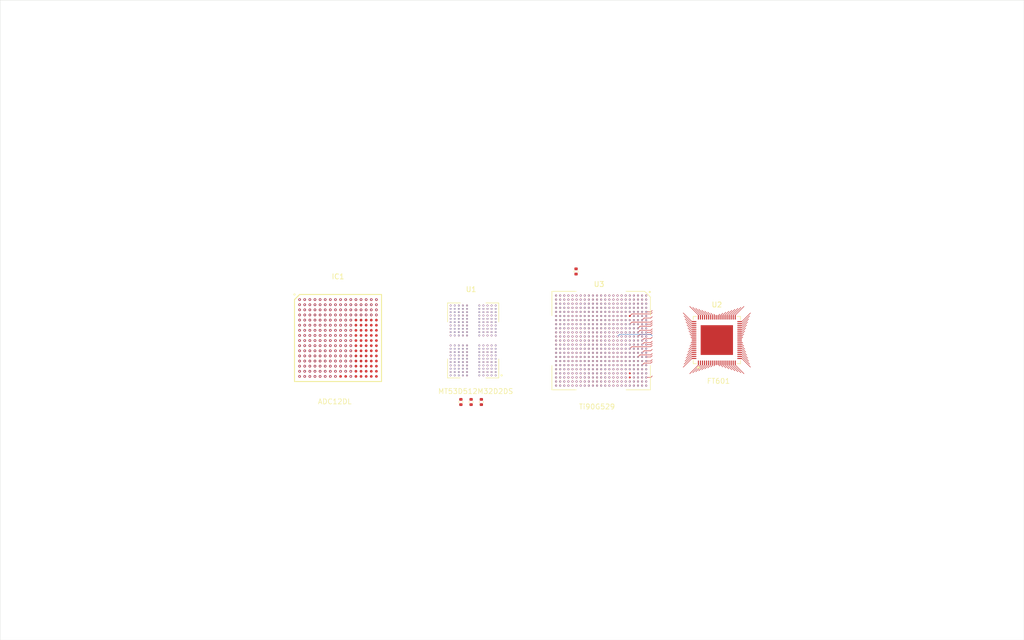
<source format=kicad_pcb>
(kicad_pcb (version 20241229) (generator "pcbnew") (generator_version "9.0")
  (layers (0 "F.Cu" signal) (4 "In1.Cu" signal) (6 "In2.Cu" signal) (8 "In3.Cu" signal) (10 "In4.Cu" signal) (12 "In5.Cu" signal) (14 "In6.Cu" signal) (16 "In7.Cu" signal) (18 "In8.Cu" signal) (2 "B.Cu" signal) (13 "F.Paste" user) (15 "B.Paste" user) (5 "F.SilkS" user "F.Silkscreen") (7 "B.SilkS" user "B.Silkscreen") (1 "F.Mask" user) (3 "B.Mask" user) (25 "Edge.Cuts" user))
  (net 0 "")
  (net 1 "unconnected-(IC1E-TMSTP+-PadD1)")
  (net 2 "unconnected-(IC1F-AGND_16-PadC6)")
  (net 3 "unconnected-(IC1F-AGND_37-PadN6)")
  (net 4 "unconnected-(IC1F-AGND_40-PadP3)")
  (net 6 "unconnected-(IC1F-VLVDS_3-PadH11)")
  (net 7 "unconnected-(IC1F-VA19_3-PadG5)")
  (net 8 "unconnected-(IC1F-VA19_14-PadK4)")
  (net 9 "unconnected-(IC1D-INA--PadA5)")
  (net 10 "unconnected-(IC1F-VA11_10-PadL5)")
  (net 12 "unconnected-(IC1F-AGND_47-PadR4)")
  (net 13 "unconnected-(IC1F-DGND_15-PadM7)")
  (net 14 "unconnected-(IC1F-VA11_7-PadF6)")
  (net 15 "unconnected-(IC1F-AGND_38-PadP1)")
  (net 16 "unconnected-(IC1E-ORB0-PadD8)")
  (net 17 "unconnected-(IC1F-AGND_41-PadP4)")
  (net 18 "unconnected-(IC1F-AGND_29-PadK1)")
  (net 19 "unconnected-(IC1F-DGND_16-PadN7)")
  (net 20 "unconnected-(IC1F-AGND_53-PadT3)")
  (net 21 "unconnected-(IC1F-AGND_17-PadC7)")
  (net 22 "unconnected-(IC1F-VA11_5-PadF4)")
  (net 23 "unconnected-(IC1F-AGND_45-PadR2)")
  (net 24 "unconnected-(IC1F-VA11_11-PadL6)")
  (net 25 "unconnected-(IC1E-SDO-PadN8)")
  (net 26 "unconnected-(IC1F-VA11_6-PadF5)")
  (net 28 "unconnected-(IC1E-TDIODE+-PadM2)")
  (net 29 "unconnected-(IC1F-DGND_5-PadF7)")
  (net 30 "unconnected-(IC1F-AGND_49-PadR6)")
  (net 31 "unconnected-(IC1F-AGND_6-PadB3)")
  (net 32 "unconnected-(IC1F-VA11_1-PadE4)")
  (net 33 "unconnected-(IC1F-VA19_5-PadH3)")
  (net 34 "unconnected-(IC1F-VA11_14-PadM6)")
  (net 35 "unconnected-(IC1F-VA11_9-PadL4)")
  (net 36 "unconnected-(IC1F-AGND_27-PadH2)")
  (net 38 "unconnected-(IC1F-VA19_1-PadG3)")
  (net 39 "unconnected-(IC1F-AGND_34-PadN3)")
  (net 40 "unconnected-(IC1E-SDI-PadP8)")
  (net 41 "unconnected-(IC1F-AGND_4-PadA6)")
  (net 42 "unconnected-(IC1F-AGND_10-PadB7)")
  (net 43 "unconnected-(IC1F-AGND_3-PadA3)")
  (net 44 "unconnected-(IC1F-AGND_2-PadA2)")
  (net 45 "unconnected-(IC1E-ORA0-PadB8)")
  (net 46 "unconnected-(IC1F-DGND_3-PadD7)")
  (net 47 "unconnected-(IC1F-AGND_8-PadB5)")
  (net 48 "unconnected-(IC1F-VA19_7-PadH5)")
  (net 49 "unconnected-(IC1D-INB+-PadT4)")
  (net 50 "unconnected-(IC1F-AGND_36-PadN5)")
  (net 51 "unconnected-(IC1E-CALSTAT-PadB1)")
  (net 52 "unconnected-(IC1F-AGND_35-PadN4)")
  (net 53 "unconnected-(IC1E-PD-PadR1)")
  (net 54 "unconnected-(IC1D-INB--PadT5)")
  (net 55 "unconnected-(IC1F-VA11_13-PadM5)")
  (net 56 "unconnected-(IC1F-AGND_12-PadC2)")
  (net 57 "unconnected-(IC1F-AGND_9-PadB6)")
  (net 58 "unconnected-(IC1F-AGND_54-PadT6)")
  (net 59 "unconnected-(IC1F-AGND_31-PadL1)")
  (net 60 "unconnected-(IC1F-VA19_9-PadJ3)")
  (net 61 "unconnected-(IC1F-DGND_13-PadK7)")
  (net 62 "unconnected-(IC1D-CLK--PadJ1)")
  (net 63 "unconnected-(IC1F-AGND_33-PadM3)")
  (net 64 "unconnected-(IC1F-AGND_32-PadL2)")
  (net 65 "unconnected-(IC1F-AGND_44-PadP7)")
  (net 67 "unconnected-(IC1F-AGND_20-PadD5)")
  (net 68 "unconnected-(IC1F-VA11_3-PadE6)")
  (net 69 "unconnected-(IC1F-VA11_2-PadE5)")
  (net 70 "unconnected-(IC1F-AGND_14-PadC4)")
  (net 71 "unconnected-(IC1F-DGND_8-PadH8)")
  (net 72 "unconnected-(IC1F-VLVDS_9-PadK11)")
  (net 75 "unconnected-(IC1F-AGND_23-PadF1)")
  (net 76 "unconnected-(IC1F-AGND_50-PadR7)")
  (net 77 "unconnected-(IC1E-SYNCSE-PadE2)")
  (net 78 "unconnected-(IC1F-VA19_15-PadK5)")
  (net 79 "unconnected-(IC1F-AGND_48-PadR5)")
  (net 80 "unconnected-(IC1F-AGND_26-PadG2)")
  (net 81 "unconnected-(IC1F-AGND_25-PadG1)")
  (net 82 "unconnected-(IC1F-VLVDS_1-PadG11)")
  (net 83 "unconnected-(IC1E-BG-PadD2)")
  (net 84 "unconnected-(IC1E-TDIODE--PadN2)")
  (net 85 "unconnected-(IC1F-VA19_10-PadJ4)")
  (net 86 "unconnected-(IC1F-AGND_28-PadJ2)")
  (net 87 "unconnected-(IC1F-DGND_6-PadG7)")
  (net 88 "unconnected-(IC1E-SCS-PadR8)")
  (net 89 "unconnected-(IC1F-AGND_7-PadB4)")
  (net 90 "unconnected-(IC1F-AGND_30-PadK2)")
  (net 91 "unconnected-(IC1F-VA19_8-PadH6)")
  (net 92 "unconnected-(IC1F-AGND_11-PadC1)")
  (net 93 "unconnected-(IC1F-AGND_43-PadP6)")
  (net 94 "unconnected-(IC1F-VA19_12-PadJ6)")
  (net 95 "unconnected-(IC1F-DGND_10-PadJ7)")
  (net 96 "unconnected-(IC1E-ORB1-PadC8)")
  (net 97 "unconnected-(IC1D-INA+-PadA4)")
  (net 98 "unconnected-(IC1F-VA19_11-PadJ5)")
  (net 99 "unconnected-(IC1F-VD11_5-PadL8)")
  (net 100 "unconnected-(IC1F-VA19_16-PadK6)")
  (net 101 "unconnected-(IC1D-CLK+-PadH1)")
  (net 102 "unconnected-(IC1F-VA19_6-PadH4)")
  (net 103 "unconnected-(U1C-VDD1-PadF1)")
  (net 104 "unconnected-(IC1F-AGND_5-PadA7)")
  (net 105 "unconnected-(IC1F-VD11_6-PadM8)")
  (net 106 "unconnected-(IC1F-VA11_12-PadM4)")
  (net 108 "unconnected-(U1C-VDD2-PadK1)")
  (net 109 "unconnected-(IC1F-AGND_24-PadF2)")
  (net 110 "unconnected-(IC1F-DGND_2-PadA16)")
  (net 111 "unconnected-(IC1F-DGND_7-PadH7)")
  (net 112 "unconnected-(IC1E-ORA1-PadA8)")
  (net 113 "unconnected-(IC1F-VA11_4-PadF3)")
  (net 114 "unconnected-(IC1F-AGND_15-PadC5)")
  (net 115 "unconnected-(IC1F-VD11_4-PadK8)")
  (net 116 "unconnected-(IC1F-AGND_19-PadD4)")
  (net 117 "unconnected-(IC1F-VA11_8-PadL3)")
  (net 118 "unconnected-(U1C-VDDQ-PadB3)")
  (net 119 "unconnected-(IC1F-VA19_13-PadK3)")
  (net 120 "unconnected-(U2B-RIDP-Pad35)")
  (net 121 "unconnected-(U2B-TODP-Pad32)")
  (net 122 "unconnected-(U2B-RREF-Pad27)")
  (net 123 "unconnected-(U2B-XO-Pad22)")
  (net 124 "unconnected-(U2B-XI-Pad21)")
  (net 125 "unconnected-(IC1E-CALTRIG-PadB2)")
  (net 127 "unconnected-(IC1F-AGND_55-PadT7)")
  (net 128 "unconnected-(IC1F-VA19_4-PadG6)")
  (net 129 "unconnected-(IC1F-AGND_1-PadA1)")
  (net 130 "unconnected-(IC1F-VD11_2-PadF8)")
  (net 131 "unconnected-(IC1E-SYSREF+-PadM1)")
  (net 132 "unconnected-(U2B-DM-Pad25)")
  (net 133 "unconnected-(IC1F-AGND_22-PadE3)")
  (net 134 "unconnected-(IC1F-DGND_1-PadA15)")
  (net 135 "unconnected-(IC1F-DGND_11-PadJ8)")
  (net 136 "unconnected-(IC1F-AGND_39-PadP2)")
  (net 137 "unconnected-(U2C-VCCIO-Pad14)")
  (net 138 "unconnected-(IC1F-DGND_4-PadE7)")
  (net 140 "unconnected-(IC1F-VD11_1-PadE8)")
  (net 141 "unconnected-(IC1F-VA19_2-PadG4)")
  (net 142 "unconnected-(U2B-DP-Pad23)")
  (net 143 "unconnected-(U2C-AVDD-Pad2)")
  (net 144 "unconnected-(IC1F-AGND_18-PadD3)")
  (net 145 "unconnected-(IC1F-VLVDS_6-PadJ11)")
  (net 146 "unconnected-(IC1E-TMSTP--PadE1)")
  (net 147 "unconnected-(IC1F-DGND_14-PadL7)")
  (net 148 "unconnected-(IC1F-AGND_42-PadP5)")
  (net 149 "unconnected-(IC1F-VD11_3-PadG8)")
  (net 150 "unconnected-(IC1F-AGND_46-PadR3)")
  (net 151 "unconnected-(IC1E-SCLK-PadT8)")
  (net 152 "unconnected-(IC1F-AGND_52-PadT2)")
  (net 153 "unconnected-(U2B-TODN-Pad31)")
  (net 154 "unconnected-(U2C-VBUS-Pad37)")
  (net 155 "unconnected-(IC1F-AGND_13-PadC3)")
  (net 156 "unconnected-(IC1F-AGND_21-PadD6)")
  (net 157 "unconnected-(U2B-RIDN-Pad34)")
  (net 158 "unconnected-(IC1F-AGND_51-PadT1)")
  (net 159 "unconnected-(IC1E-SYSREF--PadN1)")
  (net 160 "unconnected-(U1C-VDD1-PadG9)")
  (net 161 "unconnected-(U2C-VCC33-Pad20)")
  (net 162 "unconnected-(U2C-GND-Pad1)")
  (net 163 "unconnected-(U1D-VSS-PadD9)")
  (net 164 "unconnected-(U1C-VDD2-PadAB4)")
  (net 165 "unconnected-(U1D-VSS-PadW4)")
  (net 166 "unconnected-(U1D-VSS-PadG12)")
  (net 167 "unconnected-(U1D-VSS-PadV8)")
  (net 168 "unconnected-(U1C-VDD1-PadU1)")
  (net 169 "unconnected-(U1C-VDD2-PadR1)")
  (net 170 "unconnected-(U1D-VSS-PadT8)")
  (net 171 "unconnected-(U1D-VSS-PadG5)")
  (net 172 "unconnected-(U1D-VSS-PadV5)")
  (net 173 "unconnected-(U1E-DNU-PadAA12)")
  (net 174 "unconnected-(U1C-VDD2-PadN1)")
  (net 175 "unconnected-(U1E-NC-PadH3)")
  (net 176 "unconnected-(U1E-DNU-PadAB12)")
  (net 177 "unconnected-(U1D-VSS-PadW9)")
  (net 178 "unconnected-(U1D-VSS-PadK2)")
  (net 179 "unconnected-(U1D-VSS-PadP1)")
  (net 180 "unconnected-(U1C-VDD2-PadN3)")
  (net 181 "unconnected-(U1C-VDD1-PadU12)")
  (net 182 "unconnected-(U1C-VDD1-PadF12)")
  (net 183 "unconnected-(U1D-VSS-PadAB8)")
  (net 184 "unconnected-(U1E-NC-PadG11)")
  (net 185 "unconnected-(U1C-VDDQ-PadAA5)")
  (net 186 "unconnected-(U1E-NC-PadR3)")
  (net 187 "unconnected-(U1D-VSS-PadV12)")
  (net 188 "unconnected-(U1D-VSS-PadD4)")
  (net 189 "unconnected-(U1D-VSS-PadP12)")
  (net 190 "unconnected-(U1C-VDDQ-PadD1)")
  (net 191 "unconnected-(U1C-VDDQ-PadD5)")
  (net 192 "unconnected-(U1E-DNU-PadB1)")
  (net 193 "unconnected-(U1C-VDD2-PadA9)")
  (net 194 "unconnected-(U1C-VDDQ-PadW1)")
  (net 195 "unconnected-(U1C-VDD2-PadH1)")
  (net 196 "unconnected-(U1D-VSS-PadG8)")
  (net 197 "unconnected-(U1D-VSS-PadE1)")
  (net 198 "unconnected-(U1E-DNU-PadAA1)")
  (net 199 "unconnected-(U1D-VSS-PadG1)")
  (net 200 "unconnected-(U1D-VSS-PadT5)")
  (net 201 "unconnected-(U1E-DNU-PadA12)")
  (net 202 "unconnected-(U1C-VDD2-PadN10)")
  (net 203 "unconnected-(U1D-VSS-PadK4)")
  (net 204 "unconnected-(U1D-VSS-PadN2)")
  (net 205 "unconnected-(U1C-VDD2-PadK10)")
  (net 206 "unconnected-(U1D-VSS-PadW2)")
  (net 207 "unconnected-(U1C-VDD2-PadU8)")
  (net 208 "unconnected-(U1E-DNU-PadAB2)")
  (net 209 "unconnected-(U1C-VDD2-PadH12)")
  (net 210 "unconnected-(U1D-VSS-PadD11)")
  (net 211 "unconnected-(U1D-VSS-PadN4)")
  (net 212 "unconnected-(U1C-VDD2-PadF8)")
  (net 213 "unconnected-(U1C-VDDQ-PadB10)")
  (net 214 "unconnected-(U1C-VDD2-PadH8)")
  (net 215 "unconnected-(U1D-VSS-PadE5)")
  (net 216 "unconnected-(U1D-VSS-PadP3)")
  (net 217 "unconnected-(U1C-VDDQ-PadW8)")
  (net 218 "unconnected-(U1D-VSS-PadJ1)")
  (net 219 "unconnected-(U1C-VDD2-PadF5)")
  (net 220 "unconnected-(U1E-NC-PadP5)")
  (net 221 "unconnected-(U1D-VSS-PadW11)")
  (net 222 "unconnected-(U1E-NC-PadN8)")
  (net 223 "unconnected-(U1C-VDD2-PadH5)")
  (net 224 "unconnected-(U1C-VDD2-PadR12)")
  (net 225 "unconnected-(U1D-VSS-PadN11)")
  (net 226 "unconnected-(U1E-NC-PadJ5)")
  (net 227 "unconnected-(U1D-VSS-PadC12)")
  (net 228 "unconnected-(U1D-VSS-PadE12)")
  (net 229 "unconnected-(U1E-DNU-PadAB1)")
  (net 230 "unconnected-(U1D-VSS-PadA3)")
  (net 231 "unconnected-(U1D-VSS-PadK11)")
  (net 232 "unconnected-(U1C-VDDQ-PadAA8)")
  (net 233 "unconnected-(U1C-VDD2-PadA4)")
  (net 234 "unconnected-(U1D-VSS-PadAB5)")
  (net 235 "unconnected-(U1D-VSS-PadG3)")
  (net 236 "unconnected-(U1E-DNU-PadA1)")
  (net 237 "unconnected-(U1C-VDD2-PadU5)")
  (net 238 "unconnected-(U1C-VDDQ-PadB8)")
  (net 239 "unconnected-(U1C-VDD1-PadG4)")
  (net 240 "unconnected-(U1C-VDDQ-PadD12)")
  (net 241 "unconnected-(U1D-VSS-PadC1)")
  (net 242 "unconnected-(U1C-VDDQ-PadB5)")
  (net 243 "unconnected-(U1D-VSS-PadP10)")
  (net 244 "unconnected-(U1D-VSS-PadY12)")
  (net 245 "unconnected-(U1C-VDDQ-PadAA10)")
  (net 246 "unconnected-(U1D-VSS-PadT10)")
  (net 247 "unconnected-(U1D-VSS-PadD2)")
  (net 248 "unconnected-(U1D-VSS-PadC5)")
  (net 249 "unconnected-(U1D-VSS-PadA10)")
  (net 250 "unconnected-(U1E-DNU-PadB12)")
  (net 251 "unconnected-(U1D-VSS-PadJ3)")
  (net 252 "unconnected-(U1D-VSS-PadY5)")
  (net 253 "unconnected-(U1D-VSS-PadT1)")
  (net 254 "unconnected-(U1C-VDDQ-PadF10)")
  (net 255 "unconnected-(U1E-NC-PadK8)")
  (net 256 "unconnected-(U1E-NC-PadK5)")
  (net 257 "unconnected-(U1C-VDD1-PadT9)")
  (net 258 "unconnected-(U1D-VSS-PadV1)")
  (net 259 "unconnected-(U1C-VDDQ-PadU10)")
  (net 260 "unconnected-(U1E-DNU-PadA11)")
  (net 261 "unconnected-(U1C-VDD1-PadT4)")
  (net 262 "unconnected-(U1D-VSS-PadJ10)")
  (net 263 "unconnected-(U1C-VDD2-PadR8)")
  (net 264 "unconnected-(U1E-NC-PadA8)")
  (net 265 "unconnected-(U1C-VDDQ-PadF3)")
  (net 266 "unconnected-(U1C-VDDQ-PadW5)")
  (net 267 "unconnected-(U1C-VDD2-PadN12)")
  (net 268 "unconnected-(U1C-VDD2-PadAB9)")
  (net 269 "unconnected-(U1E-DNU-PadA2)")
  (net 270 "unconnected-(U1E-DNU-PadAB11)")
  (net 271 "unconnected-(U1D-VSS-PadE8)")
  (net 272 "unconnected-(U1D-VSS-PadC8)")
  (net 273 "unconnected-(U1D-VSS-PadN9)")
  (net 274 "unconnected-(U1E-NC-PadN5)")
  (net 275 "unconnected-(U1C-VDD2-PadR5)")
  (net 276 "unconnected-(U1D-VSS-PadAB3)")
  (net 277 "unconnected-(U1D-VSS-PadT3)")
  (net 278 "unconnected-(U1C-VDD2-PadK3)")
  (net 279 "unconnected-(U1D-VSS-PadY8)")
  (net 280 "unconnected-(U1D-VSS-PadAB10)")
  (net 281 "unconnected-(U1C-VDD2-PadK12)")
  (net 282 "unconnected-(U1D-VSS-PadK9)")
  (net 283 "unconnected-(U1C-VDDQ-PadW12)")
  (net 284 "unconnected-(U1D-VSS-PadG10)")
  (net 285 "unconnected-(U1D-VSS-PadJ12)")
  (net 286 "unconnected-(U1C-VDDQ-PadD8)")
  (net 287 "unconnected-(U1D-VSS-PadT12)")
  (net 288 "unconnected-(U1D-VSS-PadY1)")
  (net 289 "unconnected-(U1C-VDDQ-PadAA3)")
  (net 290 "unconnected-(U1C-VDDQ-PadU3)")
  (net 291 "Net-(U2A-DATA_13)")
  (net 292 "Net-(U2A-DATA_21)")
  (net 293 "Net-(U2A-~{RD})")
  (net 294 "Net-(U2A-~{WR})")
  (net 295 "Net-(U2A-GPIO1)")
  (net 296 "Net-(U2A-DATA_5)")
  (net 297 "Net-(U2A-DATA_19)")
  (net 298 "Net-(U2A-CLK)")
  (net 299 "Net-(U2A-~{WAKEUP})")
  (net 300 "Net-(U2A-BE_2)")
  (net 301 "Net-(U2A-GPIO0)")
  (net 302 "Net-(U2A-DATA_0)")
  (net 303 "Net-(U2A-DATA_29)")
  (net 304 "Net-(U2A-~{OE})")
  (net 305 "Net-(U2A-DATA_22)")
  (net 306 "Net-(U2A-BE_3)")
  (net 307 "Net-(U2A-DATA_25)")
  (net 308 "Net-(U2A-DATA_24)")
  (net 309 "Net-(U2A-DATA_10)")
  (net 310 "Net-(U2A-DATA_15)")
  (net 311 "Net-(U2A-DATA_20)")
  (net 312 "Net-(U2A-DATA_8)")
  (net 313 "Net-(U2A-DATA_31)")
  (net 314 "Net-(U2A-~{RESET})")
  (net 315 "Net-(U2A-DATA_16)")
  (net 316 "Net-(U2A-DATA_6)")
  (net 317 "Net-(U2A-DATA_4)")
  (net 318 "Net-(U2A-DATA_23)")
  (net 319 "Net-(U2A-DATA_2)")
  (net 320 "Net-(U2A-DATA_18)")
  (net 321 "Net-(U2A-~{TXE})")
  (net 322 "Net-(U2A-DATA_9)")
  (net 323 "Net-(U2A-DATA_28)")
  (net 324 "Net-(U2A-DATA_14)")
  (net 325 "Net-(U2A-DATA_11)")
  (net 326 "Net-(U2A-BE_0)")
  (net 327 "Net-(U2A-DATA_1)")
  (net 328 "Net-(U2A-DATA_17)")
  (net 329 "Net-(U2A-~{RXF})")
  (net 330 "Net-(U2A-DATA_30)")
  (net 331 "Net-(U2A-BE_1)")
  (net 332 "Net-(U2A-DATA_26)")
  (net 333 "Net-(U2A-DATA_12)")
  (net 334 "Net-(U2A-~{SIWU})")
  (net 335 "Net-(U2A-DATA_7)")
  (net 336 "Net-(U2A-DATA_3)")
  (net 337 "Net-(U2A-DATA_27)")
  (net 338 "unconnected-(U3F-auxout-PadG19)")
  (net 339 "unconnected-(U3I-GND-PadAC23)")
  (net 340 "unconnected-(U3I-GND-PadR9)")
  (net 341 "unconnected-(U3J-GPIOL_03_CLK24-PadW5)")
  (net 342 "unconnected-(U3J-GPIOT_P_23_PLLIN0-PadD23)")
  (net 343 "unconnected-(U3G-TDO-PadT4)")
  (net 344 "unconnected-(U3F-overrange[1]-PadD15)")
  (net 345 "unconnected-(U3F-lvdsin_trig-PadB2)")
  (net 346 "unconnected-(U3G-CDONE-PadT6)")
  (net 347 "unconnected-(U3I-GND-PadAB17)")
  (net 348 "unconnected-(U3H-VCC-PadN9)")
  (net 349 "unconnected-(U3H-VCCIO33_TL-PadU22)")
  (net 350 "unconnected-(U3I-GND-PadY6)")
  (net 351 "unconnected-(U3I-GND-PadY18)")
  (net 352 "unconnected-(U3H-VCCIO33_BL-PadV2)")
  (net 353 "unconnected-(U3F-boardout[4]-PadH12)")
  (net 354 "unconnected-(U3H-VCCA_TR-PadH16)")
  (net 355 "unconnected-(U3H-VDDQ_PHY-PadY11)")
  (net 356 "unconnected-(U3H-VDDQ_PHY-PadY13)")
  (net 357 "unconnected-(U3H-VDDQ_PHY-PadW12)")
  (net 358 "unconnected-(U3F-boardout[6]-PadA14)")
  (net 359 "unconnected-(U3G-REF_RES_2A-PadT22)")
  (net 360 "unconnected-(U3H-VCCIO3B-PadF12)")
  (net 361 "unconnected-(U3H-VCC-PadN11)")
  (net 362 "unconnected-(U3H-VCCA_BL-PadR7)")
  (net 363 "unconnected-(U3H-VDD_PHY-PadT14)")
  (net 364 "unconnected-(U3H-VCCIO33_BR-PadF8)")
  (net 365 "unconnected-(U3H-VDDPLL_MCB_TOP_PHY-PadU12)")
  (net 366 "unconnected-(U3H-VCC-PadU16)")
  (net 367 "unconnected-(U3I-GND-PadM13)")
  (net 368 "unconnected-(U3H-VDD_PHY-PadR14)")
  (net 369 "unconnected-(U3F-boardout[1]-PadF11)")
  (net 370 "unconnected-(U3H-VCCIO33_TL-PadU19)")
  (net 371 "unconnected-(U3I-GND-PadM11)")
  (net 372 "unconnected-(U3F-debugout[4]-PadD9)")
  (net 373 "unconnected-(U3I-GND-PadD22)")
  (net 374 "unconnected-(U3F-spics[5]-PadV22)")
  (net 375 "unconnected-(U3F-boardout[2]-PadA12)")
  (net 376 "unconnected-(U3F-boardin[2]-PadH14)")
  (net 377 "unconnected-(U3I-GND-PadY4)")
  (net 378 "unconnected-(U3I-GND-PadM3)")
  (net 379 "unconnected-(U3I-GND-PadN12)")
  (net 380 "unconnected-(U3H-VDDQ_PHY-PadY5)")
  (net 381 "unconnected-(U3H-VDD_PHY-PadP9)")
  (net 382 "unconnected-(U3H-VDDQX_PHY-PadU15)")
  (net 383 "unconnected-(U3F-boardin[3]-PadD14)")
  (net 384 "unconnected-(U3H-VCCIO33_TR-PadF16)")
  (net 385 "unconnected-(U3J-GPIOL_02-PadU3)")
  (net 386 "unconnected-(U3F-adc_clkout-PadU17)")
  (net 387 "unconnected-(U3I-GND-PadM1)")
  (net 388 "unconnected-(U3I-GND-PadU14)")
  (net 389 "unconnected-(U3F-LED[0]-PadU1)")
  (net 390 "unconnected-(U3E-DDR_CS_N[1]-PadW16)")
  (net 391 "unconnected-(U3F-boardout[5]-PadC12)")
  (net 392 "unconnected-(U3J-GPIOB_N_33_CDI30-PadA3)")
  (net 393 "unconnected-(U3H-VDD_PHY-PadT9)")
  (net 394 "unconnected-(U3F-debugout[6]-PadA6)")
  (net 395 "unconnected-(U3H-VCCIO4B-PadM5)")
  (net 396 "unconnected-(U3G-REF_RES_2B-PadK23)")
  (net 397 "unconnected-(U3J-GPIOT_P_33-PadF17)")
  (net 398 "unconnected-(U3I-GND-PadAB11)")
  (net 399 "unconnected-(U3H-VCCIO4A-PadG4)")
  (net 400 "unconnected-(U3I-GND-PadA23)")
  (net 401 "unconnected-(U3I-GND-PadV13)")
  (net 402 "unconnected-(U3H-VCCIO3C-PadB8)")
  (net 403 "unconnected-(U3H-VDDQX_PHY-PadV9)")
  (net 404 "unconnected-(U3F-lvdsout_trig_b_N-PadD20)")
  (net 405 "unconnected-(U3I-GND-PadAC20)")
  (net 406 "unconnected-(U3I-GND-PadN10)")
  (net 407 "unconnected-(U3I-GND-PadM23)")
  (net 408 "unconnected-(U3F-debugout[11]-PadA11)")
  (net 409 "unconnected-(U3I-GND-PadM9)")
  (net 410 "unconnected-(U3G-TDI-PadU6)")
  (net 411 "unconnected-(U3I-GND-PadA19)")
  (net 412 "unconnected-(U3J-GPIOT_N_34-PadG18)")
  (net 413 "unconnected-(U3J-GPIOL_00_PLLIN1-PadV6)")
  (net 414 "unconnected-(U3J-GPIOB_P_32_CDI28-PadC4)")
  (net 415 "unconnected-(U3H-VDD_PHY-PadP11)")
  (net 416 "unconnected-(U3F-lockinfo[0]-PadC17)")
  (net 417 "unconnected-(U3I-GND-PadB3)")
  (net 418 "unconnected-(U3I-GND-PadY22)")
  (net 419 "unconnected-(U3H-VDDQX_PHY-PadV14)")
  (net 420 "unconnected-(U3I-GND-PadAB7)")
  (net 421 "unconnected-(U3F-ext_clkin-PadC5)")
  (net 422 "unconnected-(U3H-VDDQ_PHY-PadY3)")
  (net 423 "unconnected-(U3F-lvdsout_clk-PadF19)")
  (net 424 "unconnected-(U3I-GND-PadH1)")
  (net 425 "unconnected-(U3I-GND-PadP13)")
  (net 426 "unconnected-(U3I-GND-PadD19)")
  (net 427 "unconnected-(U3I-GND-PadU11)")
  (net 428 "unconnected-(U3F-exttrigin-PadF5)")
  (net 429 "unconnected-(U3I-GND-PadV17)")
  (net 430 "unconnected-(U3H-VCCIO3B-PadF14)")
  (net 431 "unconnected-(U3I-GND-PadL10)")
  (net 432 "unconnected-(U3G-REF_RES_2C-PadA22)")
  (net 433 "unconnected-(U3H-VDD_PHY-PadT15)")
  (net 434 "unconnected-(U3I-GND-PadA1)")
  (net 435 "unconnected-(U3F-spi_clk-PadV18)")
  (net 436 "unconnected-(U3H-VCC-PadJ11)")
  (net 437 "unconnected-(U3F-lockinfo[2]-PadA20)")
  (net 438 "unconnected-(U3I-GND-PadN8)")
  (net 439 "unconnected-(U3H-VCCIO2C-PadH17)")
  (net 440 "unconnected-(U3H-VCCIO4C-PadP4)")
  (net 441 "unconnected-(U3H-VDDQX_PHY-PadU10)")
  (net 442 "unconnected-(U3J-GPIOB_N_34-PadG5)")
  (net 443 "unconnected-(U3H-VCCIO4B-PadM8)")
  (net 444 "unconnected-(U3I-GND-PadR15)")
  (net 445 "unconnected-(U3I-GND-PadD10)")
  (net 446 "unconnected-(U3H-VDDQ_PHY-PadAB18)")
  (net 447 "unconnected-(U3I-GND-PadT21)")
  (net 448 "unconnected-(U3H-VCC-PadJ13)")
  (net 449 "unconnected-(U3H-VDDQ_PHY-PadW7)")
  (net 450 "unconnected-(U3J-GPIOB_P_33_CDI31-PadA4)")
  (net 451 "unconnected-(U3I-GND-PadB21)")
  (net 452 "unconnected-(U3H-VDDQ_PHY-PadAB10)")
  (net 453 "unconnected-(U3I-GND-PadAB13)")
  (net 454 "unconnected-(U3H-VCC-PadK14)")
  (net 455 "unconnected-(U3J-GPIOL_44-PadW20)")
  (net 456 "unconnected-(U3I-GND-PadN14)")
  (net 457 "unconnected-(U3J-GPIOL_21-PadV5)")
  (net 458 "unconnected-(U3I-GND-PadB6)")
  (net 459 "unconnected-(U3H-VDD_PHY-PadT10)")
  (net 460 "unconnected-(U3I-GND-PadV10)")
  (net 461 "unconnected-(U3H-VCC-PadN15)")
  (net 462 "unconnected-(U3F-debugout[0]-PadC8)")
  (net 463 "unconnected-(U3I-GND-PadK9)")
  (net 464 "unconnected-(U3I-GND-PadV15)")
  (net 465 "unconnected-(U3H-VCCIO4C-PadP2)")
  (net 466 "unconnected-(U3F-debugout[5]-PadC6)")
  (net 467 "unconnected-(U3F-debugout[8]-PadF10)")
  (net 468 "unconnected-(U3F-debugout[10]-PadH10)")
  (net 469 "unconnected-(U3I-GND-PadAB22)")
  (net 470 "unconnected-(U3I-GND-PadJ19)")
  (net 471 "unconnected-(U3I-GND-PadB14)")
  (net 472 "unconnected-(U3I-GND-PadY16)")
  (net 473 "unconnected-(U3H-VCCAUX-PadR16)")
  (net 474 "unconnected-(U3F-lvdsin_trig_b-PadD5)")
  (net 475 "unconnected-(U3H-VCC-PadJ9)")
  (net 476 "unconnected-(U3I-GND-PadB11)")
  (net 477 "unconnected-(U3I-GND-PadY10)")
  (net 478 "unconnected-(U3H-VCC-PadJ15)")
  (net 479 "unconnected-(U3H-VCCIO33_BL-PadU4)")
  (net 480 "unconnected-(U3F-lvdsout_trig-PadC21)")
  (net 481 "unconnected-(U3G-REF_RES_3C-PadD6)")
  (net 482 "unconnected-(U3F-boardout[3]-PadE12)")
  (net 483 "unconnected-(U3H-VDDQ_PHY-PadY19)")
  (net 484 "unconnected-(U3J-GPIOL_41-PadW23)")
  (net 485 "unconnected-(U3G-REF_RES_3A-PadE18)")
  (net 486 "unconnected-(U3H-VCCA_BR-PadJ8)")
  (net 487 "unconnected-(U3H-VDD_PHY-PadP12)")
  (net 488 "unconnected-(U3F-LED[2]-PadV3)")
  (net 489 "unconnected-(U3F-spics[4]-PadV21)")
  (net 490 "unconnected-(U3I-GND-PadV7)")
  (net 491 "unconnected-(U3I-GND-PadJ12)")
  (net 492 "unconnected-(U3H-VCC-PadN13)")
  (net 493 "unconnected-(U3H-VCCIO2C-PadK16)")
  (net 494 "unconnected-(U3F-lvdsout_spare-PadH19)")
  (net 495 "unconnected-(U3F-lvdsin_clk_N-PadE3)")
  (net 496 "unconnected-(U3H-VDDQ_PHY-PadY21)")
  (net 497 "unconnected-(U3I-GND-PadR12)")
  (net 498 "unconnected-(U3I-GND-PadK15)")
  (net 499 "unconnected-(U3G-REF_RES_4A-PadB5)")
  (net 500 "unconnected-(U3H-VCCIO2B-PadH21)")
  (net 501 "unconnected-(U3I-GND-PadAA19)")
  (net 502 "unconnected-(U3I-GND-PadAB2)")
  (net 503 "unconnected-(U3G-REF_RES_4B-PadJ1)")
  (net 504 "unconnected-(U3I-GND-PadY20)")
  (net 505 "unconnected-(U3I-GND-PadT17)")
  (net 506 "unconnected-(U3H-VCCIO2B-PadK22)")
  (net 507 "unconnected-(U3F-spics[2]-PadU20)")
  (net 508 "unconnected-(U3H-VCCAUX-PadK8)")
  (net 509 "unconnected-(U3H-VDDQ_CK_PHY-PadT12)")
  (net 510 "unconnected-(U3F-lvdsin_spare_N-PadH6)")
  (net 511 "unconnected-(U3F-debugout[7]-PadE7)")
  (net 512 "unconnected-(U3F-spics[0]-PadV19)")
  (net 513 "unconnected-(U3F-lvdsin_trig_b_N-PadE5)")
  (net 514 "unconnected-(U3F-lvdsin_spare-PadG6)")
  (net 515 "unconnected-(U3J-GPIOL_42-PadW21)")
  (net 516 "unconnected-(U3I-GND-PadAB5)")
  (net 517 "unconnected-(U3I-GND-PadAC1)")
  (net 518 "unconnected-(U3I-GND-PadY2)")
  (net 519 "unconnected-(U3I-GND-PadP10)")
  (net 520 "unconnected-(U3H-VCCIO3B-PadD13)")
  (net 521 "unconnected-(U3H-VCCIO2C-PadF18)")
  (net 522 "unconnected-(U3H-VCC-PadL13)")
  (net 523 "unconnected-(U3H-VCCIO4A-PadF6)")
  (net 524 "unconnected-(U3H-VCCIO4B-PadK7)")
  (net 525 "unconnected-(U3H-VCC-PadM14)")
  (net 526 "unconnected-(U3I-GND-PadK13)")
  (net 527 "unconnected-(U3H-VCCIO2A-PadP22)")
  (net 528 "unconnected-(U3H-VCCIO2A-PadR20)")
  (net 529 "unconnected-(U3J-GPIOT_N_23-PadC23)")
  (net 530 "unconnected-(U3H-VCC-PadL9)")
  (net 531 "unconnected-(U3G-REF_RES_4C-PadT2)")
  (net 532 "unconnected-(U3I-GND-PadF20)")
  (net 533 "unconnected-(U3G-REF_RES_3B-PadC14)")
  (net 534 "unconnected-(U3I-GND-PadJ10)")
  (net 535 "unconnected-(U3F-LED[3]-PadW3)")
  (net 536 "unconnected-(U3F-boardin[1]-PadE13)")
  (net 537 "unconnected-(U3F-spi_mosi-PadT19)")
  (net 538 "unconnected-(U3F-boardin[6]-PadB20)")
  (net 539 "unconnected-(U3J-GPIOL_05_CLK26-PadT3)")
  (net 540 "unconnected-(U3F-ddr_pllin-PadU18)")
  (net 541 "unconnected-(U3I-GND-PadJ14)")
  (net 542 "unconnected-(U3H-VCC-PadK10)")
  (net 543 "unconnected-(U3E-DDR_CS_N[3]-PadY17)")
  (net 544 "unconnected-(U3F-lvdsin_clk-PadE2)")
  (net 545 "unconnected-(U3F-main_pllin-PadW4)")
  (net 546 "unconnected-(U3H-VDD_PHY-PadP14)")
  (net 547 "unconnected-(U3H-VCCIO2A-PadP17)")
  (net 548 "unconnected-(U3F-boardin[7]-PadH9)")
  (net 549 "unconnected-(U3H-VDD_PHY-PadR13)")
  (net 550 "unconnected-(U3I-GND-PadY14)")
  (net 551 "unconnected-(U3H-VDDQX_PHY-PadV12)")
  (net 552 "unconnected-(U3H-VDD_PHY-PadR10)")
  (net 553 "unconnected-(U3J-GPIOB_N_32_CDI29-PadB4)")
  (net 554 "unconnected-(U3I-GND-PadM20)")
  (net 555 "unconnected-(U3I-GND-PadL14)")
  (net 556 "unconnected-(U3F-spics[1]-PadT18)")
  (net 557 "unconnected-(U3J-GPIOL_36_PLLIN1-PadU23)")
  (net 558 "unconnected-(U3F-boardin[4]-PadA7)")
  (net 559 "unconnected-(U3I-GND-PadK2)")
  (net 560 "unconnected-(U3F-spics[6]-PadU21)")
  (net 561 "unconnected-(U3H-VQPS-PadU7)")
  (net 562 "unconnected-(U3H-VDD_PHY-PadR11)")
  (net 563 "unconnected-(U3F-debugout[9]-PadB10)")
  (net 564 "unconnected-(U3H-VCCIO3A-PadD16)")
  (net 565 "unconnected-(U3J-GPIOL_01-PadW6)")
  (net 566 "unconnected-(U3I-GND-PadAC15)")
  (net 567 "unconnected-(U3I-GND-PadH23)")
  (net 568 "unconnected-(U3I-GND-PadK5)")
  (net 569 "unconnected-(U3H-VCCAUX-PadR8)")
  (net 570 "unconnected-(U3F-lvdsout_spare_N-PadH18)")
  (net 571 "unconnected-(U3I-GND-PadL12)")
  (net 572 "unconnected-(U3H-VDDQX_PHY-PadU9)")
  (net 573 "unconnected-(U3F-overrange[3]-PadA18)")
  (net 574 "unconnected-(U3F-lockinfo[1]-PadC18)")
  (net 575 "unconnected-(U3F-lvdsout_trig_b-PadD21)")
  (net 576 "unconnected-(U3J-GPIOL_43-PadW19)")
  (net 577 "unconnected-(U3F-boardin[5]-PadB19)")
  (net 578 "unconnected-(U3J-GPIOT_N_33-PadG17)")
  (net 579 "unconnected-(U3I-GND-PadP16)")
  (net 580 "unconnected-(U3H-VCC-PadT16)")
  (net 581 "unconnected-(U3F-fan_out-PadW2)")
  (net 582 "unconnected-(U3G-TCK-PadU5)")
  (net 583 "unconnected-(U3H-VCC-PadL15)")
  (net 584 "unconnected-(U3F-debugout[3]-PadB9)")
  (net 585 "unconnected-(U3J-GPIOL_40-PadW22)")
  (net 586 "unconnected-(U3F-neo_led-PadV4)")
  (net 587 "unconnected-(U3I-GND-PadT7)")
  (net 588 "unconnected-(U3J-GPIOL_04_CLK25-PadU2)")
  (net 589 "unconnected-(U3I-GND-PadAC4)")
  (net 590 "unconnected-(U3F-spics[7]-PadV20)")
  (net 591 "unconnected-(U3H-VCC-PadT8)")
  (net 592 "unconnected-(U3F-overrange[2]-PadB16)")
  (net 593 "unconnected-(U3H-VCCIO4C-PadN7)")
  (net 594 "unconnected-(U3I-GND-PadH7)")
  (net 595 "unconnected-(U3H-VCCIO3A-PadB17)")
  (net 596 "unconnected-(U3H-VCCIO2B-PadM17)")
  (net 597 "unconnected-(U3H-VDDQ_PHY-PadAB14)")
  (net 598 "unconnected-(U3I-GND-PadY12)")
  (net 599 "unconnected-(U3H-VCCIO4A-PadD4)")
  (net 600 "unconnected-(U3I-GND-PadF2)")
  (net 601 "unconnected-(U3I-GND-PadH4)")
  (net 602 "unconnected-(U3H-VDD_PHY-PadP15)")
  (net 603 "unconnected-(U3F-spi_miso-PadT20)")
  (net 604 "unconnected-(U3H-VDD_PHY-PadT11)")
  (net 605 "unconnected-(U3G-TMS-PadT5)")
  (net 606 "unconnected-(U3I-GND-PadD1)")
  (net 607 "unconnected-(U3H-VDDQ_PHY-PadAB6)")
  (net 608 "unconnected-(U3H-VDDQX_PHY-PadV11)")
  (net 609 "unconnected-(U3I-GND-PadF22)")
  (net 610 "unconnected-(U3H-VCC-PadK12)")
  (net 611 "unconnected-(U3I-GND-PadM15)")
  (net 612 "unconnected-(U3E-DDR_CKE[1]-PadAA13)")
  (net 613 "unconnected-(U3F-lvdsout_clk_N-PadE19)")
  (net 614 "unconnected-(U3H-VDDQ_PHY-PadY23)")
  (net 615 "unconnected-(U3I-GND-PadT1)")
  (net 616 "unconnected-(U3H-VDD_PHY-PadT13)")
  (net 617 "unconnected-(U3I-GND-PadY8)")
  (net 618 "unconnected-(U3H-VDDQ_PHY-PadY1)")
  (net 619 "unconnected-(U3H-VCCIO3C-PadD7)")
  (net 620 "unconnected-(U3F-spics[3]-PadV23)")
  (net 621 "unconnected-(U3F-overrange[0]-PadA15)")
  (net 622 "unconnected-(U3J-GPIOL_06_CLK27-PadV1)")
  (net 623 "unconnected-(U3I-GND-PadAC9)")
  (net 624 "unconnected-(U3F-lockinfo[3]-PadD18)")
  (net 625 "unconnected-(U3F-debugout[1]-PadD8)")
  (net 626 "unconnected-(U3F-lvdsout_trig_N-PadC22)")
  (net 627 "unconnected-(U3F-boardout[0]-PadD11)")
  (net 628 "unconnected-(U3F-boardin[0]-PadC13)")
  (net 629 "unconnected-(U3H-VCCIO3B-PadG10)")
  (net 630 "unconnected-(U3H-VCC-PadL11)")
  (net 631 "unconnected-(U3F-lvdsin_trig_N-PadA2)")
  (net 632 "unconnected-(U3F-boardout[7]-PadG13)")
  (net 633 "unconnected-(U3F-LED[1]-PadW1)")
  (net 634 "unconnected-(U3I-GND-PadT23)")
  (net 635 "unconnected-(U3G-CRESET_N-PadR6)")
  (net 636 "unconnected-(U3H-VCC-PadM12)")
  (net 637 "unconnected-(U3F-debugout[2]-PadA9)")
  (net 638 "unconnected-(U3H-VCCAUX-PadJ16)")
  (net 639 "unconnected-(U3H-VDDQ_PHY-PadW18)")
  (net 640 "unconnected-(U3H-VCC-PadM10)")
  (net 641 "unconnected-(U3H-VDDQX_PHY-PadU13)")
  (net 642 "unconnected-(U3H-VCCA_TL-PadR17)")
  (net 643 "unconnected-(U3I-GND-PadK11)")
  (net 644 "unconnected-(U3H-VCC-PadU8)")
  (net 645 "Net-(U1A-DQ0_B)")
  (net 646 "Net-(U1A-DQ13_B)")
  (net 647 "Net-(U1A-DQ1_A)")
  (net 648 "Net-(U1A-DQ0_A)")
  (net 649 "Net-(U1A-DQ10_B)")
  (net 650 "Net-(U1A-DQ1_B)")
  (net 651 "Net-(U1A-DQ5_B)")
  (net 652 "Net-(U1A-DQ6_B)")
  (net 653 "Net-(U1A-DQ15_A)")
  (net 654 "Net-(U1A-DQ12_A)")
  (net 655 "Net-(U1A-DQ9_A)")
  (net 656 "Net-(U1A-DQ14_A)")
  (net 657 "Net-(U1A-DQ2_A)")
  (net 658 "Net-(U1A-DQ11_B)")
  (net 659 "Net-(U1A-DQ7_A)")
  (net 660 "Net-(U1A-DQS0_c_A)")
  (net 661 "Net-(U1A-DQ6_A)")
  (net 662 "Net-(U1A-DMI0_B)")
  (net 663 "Net-(U1A-DQ8_A)")
  (net 664 "Net-(U1A-DQS1_t_B)")
  (net 665 "Net-(U1A-DQ3_A)")
  (net 666 "Net-(U1A-DQS0_t_B)")
  (net 667 "Net-(U1A-DMI0_A)")
  (net 668 "Net-(U1A-DQ11_A)")
  (net 669 "Net-(U1A-DQ3_B)")
  (net 670 "Net-(U1A-DQ15_B)")
  (net 671 "Net-(U1A-DMI1_B)")
  (net 672 "Net-(U1A-DQS1_c_B)")
  (net 673 "Net-(U1A-DQ4_B)")
  (net 674 "Net-(U1A-DQ7_B)")
  (net 675 "Net-(U1A-DQ10_A)")
  (net 676 "Net-(U1A-DQ4_A)")
  (net 677 "Net-(U1B-CS0_A)")
  (net 678 "Net-(U1A-DQ14_B)")
  (net 679 "Net-(U1A-DQ8_B)")
  (net 680 "Net-(U1A-DQS0_c_B)")
  (net 681 "Net-(U1A-DQ13_A)")
  (net 682 "Net-(U1A-DQ2_B)")
  (net 683 "Net-(U1A-DMI1_A)")
  (net 684 "Net-(U1A-DQ9_B)")
  (net 685 "Net-(U1A-DQS0_t_A)")
  (net 686 "Net-(U1A-DQS1_c_A)")
  (net 687 "Net-(U1A-DQ12_B)")
  (net 688 "Net-(U1A-DQ5_A)")
  (net 689 "Net-(U1A-DQS1_t_A)")
  (net 690 "GND")
  (net 691 "Net-(U3E-DDR_CAL)")
  (net 693 "Net-(U1B-ZQ0)")
  (net 694 "/fpga_ddr/1V1")
  (net 695 "Net-(U1B-ODT_CA_A)")
  (net 696 "Net-(U1B-ODT_CA_B)")
  (net 697 "Net-(U1B-CA5_A)")
  (net 698 "Net-(U1B-CKE0_A)")
  (net 699 "Net-(U1B-RESET_n)")
  (net 700 "Net-(U1B-CA4_A)")
  (net 701 "Net-(U1B-CA0_A)")
  (net 702 "Net-(U1B-CA1_A)")
  (net 703 "Net-(U1B-CA3_A)")
  (net 704 "Net-(U1B-CA2_A)")
  (net 705 "Net-(U1B-CS0_B)")
  (net 706 "Net-(U1B-CK_t_A)")
  (net 707 "Net-(U1B-CK_c_A)")
  (net 708 "unconnected-(U2C-VD10-Pad3)")
  (net 709 "unconnected-(U2C-VCC33-Pad38)")
  (net 710 "unconnected-(U2C-DV10-Pad39)")
  (net 711 "unconnected-(U2C-GND-Pad29)")
  (net 712 "unconnected-(U2C-VD10-Pad30)")
  (net 713 "unconnected-(U2C-VD10-Pad48)")
  (net 714 "unconnected-(U2C-GND-Pad26)")
  (net 715 "unconnected-(U2C-VCC33-Pad24)")
  (net 717 "unconnected-(U2C-VDDA-Pad28)")
  (net 718 "unconnected-(U2C-GND-Pad36)")
  (net 719 "unconnected-(U2C-GND-Pad19)")
  (net 720 "unconnected-(U2C-VCCIO-Pad59)")
  (net 721 "unconnected-(U2C-VCCIO-Pad68)")
  (net 722 "unconnected-(U2C-VD10-Pad33)")
  (net 723 "unconnected-(U2C-VCCIO-Pad49)")
  (net 724 "/fpga_adc/lvds_rx1_1_P")
  (net 725 "/fpga_adc/lvds_rx1_1_N")
  (net 726 "/fpga_adc/lvds_rx3_1_P")
  (net 727 "/fpga_adc/lvds_rx3_1_N")
  (net 728 "unconnected-(U3J-NC-PadW10)")
  (net 729 "unconnected-(U3J-NC-PadV16)")
  (net 730 "unconnected-(U3J-NC-PadW13)")
  (net 731 "unconnected-(U3J-NC-PadW14)")
  (net 732 "unconnected-(U3J-NC-PadW15)")
  (net 733 "unconnected-(U3J-NC-PadW11)")
  (net 734 "/fpga_adc/lvds_rx4_9_N")
  (net 735 "/fpga_adc/lvds_rx1_3_N")
  (net 736 "/fpga_adc/lvds_rx1_7_P")
  (net 737 "/fpga_adc/lvds_rx4_2_N")
  (net 738 "/fpga_adc/lvds_rx4_8_N")
  (net 739 "/fpga_adc/lvds_rx1_9_N")
  (net 740 "/fpga_adc/lvds_rx2_7_N")
  (net 741 "/fpga_adc/lvds_rx2_2_P")
  (net 742 "/fpga_adc/lvds_rx1_6_N")
  (net 743 "/fpga_adc/lvds_rx2_8_N")
  (net 744 "/fpga_adc/lvds_rx2_1_N")
  (net 745 "/fpga_adc/lvds_rx1_5_N")
  (net 746 "/fpga_adc/lvds_rx1_10_P")
  (net 747 "/fpga_adc/lvds_rx2_5_P")
  (net 748 "/fpga_adc/lvds_rx3_2_P")
  (net 749 "/fpga_adc/lvds_rx1_10_N")
  (net 750 "/fpga_adc/lvds_rx2_3_N")
  (net 751 "/fpga_adc/lvds_rx4_4_N")
  (net 752 "/fpga_adc/lvds_rx1_5_P")
  (net 753 "/fpga_adc/lvds_rx4_13_N")
  (net 754 "/fpga_adc/lvds_rx1_7_N")
  (net 755 "/fpga_adc/lvds_rx3_10_P")
  (net 756 "/fpga_adc/lvds_rx3_11_N")
  (net 757 "/fpga_adc/lvds_rx4_10_P")
  (net 758 "/fpga_adc/lvds_rx1_9_P")
  (net 759 "/fpga_adc/lvds_rx3_6_N")
  (net 760 "/fpga_adc/lvds_rx1_13_P")
  (net 761 "/fpga_adc/lvds_rx2_12_P")
  (net 762 "/fpga_adc/lvds_rx3_11_P")
  (net 763 "/fpga_adc/lvds_rx4_6_P")
  (net 764 "/fpga_adc/lvds_rx3_5_P")
  (net 765 "/fpga_adc/lvds_rx1_2_P")
  (net 766 "/fpga_adc/lvds_rx4_13_P")
  (net 767 "/fpga_adc/lvds_rx2_12_N")
  (net 768 "/fpga_adc/lvds_rx2_11_P")
  (net 769 "/fpga_adc/lvds_rx1_12_P")
  (net 770 "/fpga_adc/lvds_rx2_10_N")
  (net 771 "/fpga_adc/lvds_rx_top_clkin2_P")
  (net 772 "/fpga_adc/lvds_rx3_3_N")
  (net 773 "/fpga_adc/lvds_rx4_6_N")
  (net 774 "/fpga_adc/lvds_rx4_8_P")
  (net 775 "/fpga_adc/lvds_rx3_9_P")
  (net 776 "/fpga_adc/lvds_rx3_8_N")
  (net 777 "/fpga_adc/lvds_rx1_2_N")
  (net 778 "/fpga_adc/lvds_rx4_7_N")
  (net 779 "/fpga_adc/lvds_rx_top_clkin1_P")
  (net 780 "/fpga_adc/lvds_rx1_8_P")
  (net 781 "/fpga_adc/lvds_rx2_9_N")
  (net 782 "/fpga_adc/lvds_rx2_1_P")
  (net 783 "/fpga_adc/lvds_rx3_10_N")
  (net 784 "/fpga_adc/lvds_rx1_13_N")
  (net 785 "/fpga_adc/lvds_rx3_5_N")
  (net 786 "/fpga_adc/lvds_rx2_7_P")
  (net 787 "/fpga_adc/lvds_rx4_10_N")
  (net 788 "/fpga_adc/lvds_rx2_4_P")
  (net 789 "/fpga_adc/lvds_rx3_3_P")
  (net 790 "/fpga_adc/lvds_rx3_7_N")
  (net 791 "/fpga_adc/lvds_rx4_2_P")
  (net 792 "/fpga_adc/lvds_rx2_2_N")
  (net 793 "/fpga_adc/lvds_rx2_10_P")
  (net 794 "/fpga_adc/lvds_rx4_9_P")
  (net 795 "/fpga_adc/lvds_rx4_4_P")
  (net 796 "/fpga_adc/lvds_rx4_11_P")
  (net 797 "/fpga_adc/lvds_rx1_12_N")
  (net 798 "/fpga_adc/lvds_rx1_11_N")
  (net 799 "/fpga_adc/lvds_rx3_12_P")
  (net 800 "/fpga_adc/lvds_rx1_11_P")
  (net 801 "/fpga_adc/lvds_rx4_11_N")
  (net 802 "/fpga_adc/lvds_rx_top_clkin4_N")
  (net 803 "/fpga_adc/lvds_rx4_3_N")
  (net 804 "/fpga_adc/lvds_rx2_9_P")
  (net 805 "/fpga_adc/lvds_rx3_4_N")
  (net 806 "/fpga_adc/lvds_rx_top_clkin3_P")
  (net 807 "/fpga_adc/lvds_rx1_8_N")
  (net 808 "/fpga_adc/lvds_rx3_2_N")
  (net 809 "/fpga_adc/lvds_rx_top_clkin1_N")
  (net 810 "/fpga_adc/lvds_rx2_3_P")
  (net 811 "/fpga_adc/lvds_rx1_4_P")
  (net 812 "/fpga_adc/lvds_rx2_8_P")
  (net 813 "/fpga_adc/lvds_rx1_4_N")
  (net 814 "/fpga_adc/lvds_rx2_5_N")
  (net 815 "/fpga_adc/lvds_rx4_5_P")
  (net 816 "/fpga_adc/lvds_rx_top_clkin2_N")
  (net 817 "/fpga_adc/lvds_rx2_6_N")
  (net 818 "/fpga_adc/lvds_rx3_13_N")
  (net 819 "/fpga_adc/lvds_rx3_13_P")
  (net 820 "/fpga_adc/lvds_rx4_7_P")
  (net 821 "/fpga_adc/lvds_rx4_3_P")
  (net 822 "/fpga_adc/lvds_rx4_1_P")
  (net 823 "/fpga_adc/lvds_rx_top_clkin3_N")
  (net 824 "/fpga_adc/lvds_rx_top_clkin4_P")
  (net 825 "/fpga_adc/lvds_rx3_6_P")
  (net 826 "/fpga_adc/lvds_rx2_13_P")
  (net 827 "/fpga_adc/lvds_rx4_12_N")
  (net 828 "/fpga_adc/lvds_rx3_9_N")
  (net 829 "/fpga_adc/lvds_rx3_8_P")
  (net 830 "/fpga_adc/lvds_rx2_11_N")
  (net 831 "/fpga_adc/lvds_rx4_5_N")
  (net 832 "/fpga_adc/lvds_rx3_4_P")
  (net 833 "/fpga_adc/lvds_rx4_12_P")
  (net 834 "/fpga_adc/lvds_rx1_3_P")
  (net 835 "/fpga_adc/lvds_rx1_6_P")
  (net 836 "/fpga_adc/lvds_rx3_12_N")
  (net 837 "/fpga_adc/lvds_rx2_13_N")
  (net 838 "/fpga_adc/lvds_rx3_7_P")
  (net 839 "/fpga_adc/lvds_rx2_6_P")
  (net 840 "/fpga_adc/lvds_rx4_1_N")
  (net 841 "/fpga_adc/lvds_rx2_4_N")
  (footprint "ADC12DL:BGA256C100P16X16_1700X1700X331" (layer "F.Cu") (at 144 102.5)
    (property "Reference" "IC1")
    (property "Value" "ADC12DL500ACF_Aligned" (hide yes))
  )
  (footprint "G529:BGA-529_23x23_19.0x19.0mm" (layer "F.Cu") (at 195.4 103 -90)
    (property "Reference" "U3")
    (property "Value" "Ti90G529_Functions" (hide yes))
  )
  (footprint "MT53D512M32D2DS-053 WT_D:IC_MT53D512M16D1DS-046_WT_D" (layer "F.Cu") (at 170.4 102.975 180)
    (property "Reference" "U1")
    (property "Value" "MT53D512M16D1DS_Aligned" (hide yes))
  )
  (footprint "Resistor_SMD:R_0402_1005Metric" (layer "F.Cu") (at 170 115 -90)
    (property "Reference" "R3" (hide yes))
    (property "Value" "240" (hide yes))
  )
  (footprint "Resistor_SMD:R_0402_1005Metric" (layer "F.Cu") (at 190.5 89.5 90)
    (property "Reference" "R1" (hide yes))
    (property "Value" "240" (hide yes))
  )
  (footprint "Package_DFN_QFN:QFN-76-1EP_9x9mm_P0.4mm_EP5.81x6.31mm" (layer "F.Cu") (at 218 102.9 90)
    (property "Reference" "U2")
    (property "Value" "FT601Q_Aligned" (hide yes))
  )
  (footprint "Resistor_SMD:R_0402_1005Metric" (layer "F.Cu") (at 168 115 -90)
    (property "Reference" "R4" (hide yes))
    (property "Value" "240" (hide yes))
  )
  (footprint "Resistor_SMD:R_0402_1005Metric" (layer "F.Cu") (at 172 115 -90)
    (property "Reference" "R2" (hide yes))
    (property "Value" "240" (hide yes))
  )
  (gr_rect (start 78 36.5) (end 278 161.5) (stroke (width 0.05)) (fill no) (layer "Edge.Cuts"))
  (gr_text "MT53D512M32D2DS" (at 163.5 113.5 0) (layer "F.SilkS") (effects (font (size 1 1) (thickness 0.125)) (justify left bottom)))
  (gr_text "FT601" (at 216 111.5 0) (layer "F.SilkS") (effects (font (size 1 1) (thickness 0.125)) (justify left bottom)))
  (gr_text "ADC12DL" (at 140 115.5 0) (layer "F.SilkS") (effects (font (size 1 1) (thickness 0.125)) (justify left bottom)))
  (gr_text "Ti90G529" (at 191 116.5 0) (layer "F.SilkS") (effects (font (size 1 1) (thickness 0.125)) (justify left bottom)))
  (via (at 136.5 98) (size 0.3) (drill 0.2) (layers "F.Cu" "B.Cu") (net 1))
  (via (at 141.5 97) (size 0.3) (drill 0.2) (layers "F.Cu" "B.Cu") (net 2))
  (via (at 141.5 107) (size 0.3) (drill 0.2) (layers "F.Cu" "B.Cu") (net 3))
  (via (at 138.5 108) (size 0.3) (drill 0.2) (layers "F.Cu" "B.Cu") (net 4))
  (via (at 146.5 102) (size 0.3) (drill 0.2) (layers "F.Cu" "B.Cu") (net 6))
  (via (at 140.5 101) (size 0.3) (drill 0.2) (layers "F.Cu" "B.Cu") (net 7))
  (via (at 139.5 104) (size 0.3) (drill 0.2) (layers "F.Cu" "B.Cu") (net 8))
  (via (at 140.5 95) (size 0.3) (drill 0.2) (layers "F.Cu" "B.Cu") (net 9))
  (via (at 140.5 105) (size 0.3) (drill 0.2) (layers "F.Cu" "B.Cu") (net 10))
  (via (at 139.5 109) (size 0.3) (drill 0.2) (layers "F.Cu" "B.Cu") (net 12))
  (via (at 142.5 106) (size 0.3) (drill 0.2) (layers "F.Cu" "B.Cu") (net 13))
  (via (at 141.5 100) (size 0.3) (drill 0.2) (layers "F.Cu" "B.Cu") (net 14))
  (via (at 136.5 108) (size 0.3) (drill 0.2) (layers "F.Cu" "B.Cu") (net 15))
  (via (at 143.5 98) (size 0.3) (drill 0.2) (layers "F.Cu" "B.Cu") (net 16))
  (via (at 139.5 108) (size 0.3) (drill 0.2) (layers "F.Cu" "B.Cu") (net 17))
  (via (at 136.5 104) (size 0.3) (drill 0.2) (layers "F.Cu" "B.Cu") (net 18))
  (via (at 142.5 107) (size 0.3) (drill 0.2) (layers "F.Cu" "B.Cu") (net 19))
  (via (at 138.5 110) (size 0.3) (drill 0.2) (layers "F.Cu" "B.Cu") (net 20))
  (via (at 142.5 97) (size 0.3) (drill 0.2) (layers "F.Cu" "B.Cu") (net 21))
  (via (at 139.5 100) (size 0.3) (drill 0.2) (layers "F.Cu" "B.Cu") (net 22))
  (via (at 137.5 109) (size 0.3) (drill 0.2) (layers "F.Cu" "B.Cu") (net 23))
  (via (at 141.5 105) (size 0.3) (drill 0.2) (layers "F.Cu" "B.Cu") (net 24))
  (via (at 143.5 107) (size 0.3) (drill 0.2) (layers "F.Cu" "B.Cu") (net 25))
  (via (at 140.5 100) (size 0.3) (drill 0.2) (layers "F.Cu" "B.Cu") (net 26))
  (via (at 137.5 106) (size 0.3) (drill 0.2) (layers "F.Cu" "B.Cu") (net 28))
  (via (at 142.5 100) (size 0.3) (drill 0.2) (layers "F.Cu" "B.Cu") (net 29))
  (via (at 141.5 109) (size 0.3) (drill 0.2) (layers "F.Cu" "B.Cu") (net 30))
  (via (at 138.5 96) (size 0.3) (drill 0.2) (layers "F.Cu" "B.Cu") (net 31))
  (via (at 139.5 99) (size 0.3) (drill 0.2) (layers "F.Cu" "B.Cu") (net 32))
  (via (at 138.5 102) (size 0.3) (drill 0.2) (layers "F.Cu" "B.Cu") (net 33))
  (via (at 141.5 106) (size 0.3) (drill 0.2) (layers "F.Cu" "B.Cu") (net 34))
  (via (at 139.5 105) (size 0.3) (drill 0.2) (layers "F.Cu" "B.Cu") (net 35))
  (via (at 137.5 102) (size 0.3) (drill 0.2) (layers "F.Cu" "B.Cu") (net 36))
  (via (at 138.5 101) (size 0.3) (drill 0.2) (layers "F.Cu" "B.Cu") (net 38))
  (via (at 138.5 107) (size 0.3) (drill 0.2) (layers "F.Cu" "B.Cu") (net 39))
  (via (at 143.5 108) (size 0.3) (drill 0.2) (layers "F.Cu" "B.Cu") (net 40))
  (via (at 141.5 95) (size 0.3) (drill 0.2) (layers "F.Cu" "B.Cu") (net 41))
  (via (at 142.5 96) (size 0.3) (drill 0.2) (layers "F.Cu" "B.Cu") (net 42))
  (via (at 138.5 95) (size 0.3) (drill 0.2) (layers "F.Cu" "B.Cu") (net 43))
  (via (at 137.5 95) (size 0.3) (drill 0.2) (layers "F.Cu" "B.Cu") (net 44))
  (via (at 143.5 96) (size 0.3) (drill 0.2) (layers "F.Cu" "B.Cu") (net 45))
  (via (at 142.5 98) (size 0.3) (drill 0.2) (layers "F.Cu" "B.Cu") (net 46))
  (via (at 140.5 96) (size 0.3) (drill 0.2) (layers "F.Cu" "B.Cu") (net 47))
  (via (at 140.5 102) (size 0.3) (drill 0.2) (layers "F.Cu" "B.Cu") (net 48))
  (via (at 139.5 110) (size 0.3) (drill 0.2) (layers "F.Cu" "B.Cu") (net 49))
  (via (at 140.5 107) (size 0.3) (drill 0.2) (layers "F.Cu" "B.Cu") (net 50))
  (via (at 136.5 96) (size 0.3) (drill 0.2) (layers "F.Cu" "B.Cu") (net 51))
  (via (at 139.5 107) (size 0.3) (drill 0.2) (layers "F.Cu" "B.Cu") (net 52))
  (via (at 136.5 109) (size 0.3) (drill 0.2) (layers "F.Cu" "B.Cu") (net 53))
  (via (at 140.5 110) (size 0.3) (drill 0.2) (layers "F.Cu" "B.Cu") (net 54))
  (via (at 140.5 106) (size 0.3) (drill 0.2) (layers "F.Cu" "B.Cu") (net 55))
  (via (at 137.5 97) (size 0.3) (drill 0.2) (layers "F.Cu" "B.Cu") (net 56))
  (via (at 141.5 96) (size 0.3) (drill 0.2) (layers "F.Cu" "B.Cu") (net 57))
  (via (at 141.5 110) (size 0.3) (drill 0.2) (layers "F.Cu" "B.Cu") (net 58))
  (via (at 136.5 105) (size 0.3) (drill 0.2) (layers "F.Cu" "B.Cu") (net 59))
  (via (at 138.5 103) (size 0.3) (drill 0.2) (layers "F.Cu" "B.Cu") (net 60))
  (via (at 142.5 104) (size 0.3) (drill 0.2) (layers "F.Cu" "B.Cu") (net 61))
  (via (at 136.5 103) (size 0.3) (drill 0.2) (layers "F.Cu" "B.Cu") (net 62))
  (via (at 138.5 106) (size 0.3) (drill 0.2) (layers "F.Cu" "B.Cu") (net 63))
  (via (at 137.5 105) (size 0.3) (drill 0.2) (layers "F.Cu" "B.Cu") (net 64))
  (via (at 142.5 108) (size 0.3) (drill 0.2) (layers "F.Cu" "B.Cu") (net 65))
  (via (at 140.5 98) (size 0.3) (drill 0.2) (layers "F.Cu" "B.Cu") (net 67))
  (via (at 141.5 99) (size 0.3) (drill 0.2) (layers "F.Cu" "B.Cu") (net 68))
  (via (at 140.5 99) (size 0.3) (drill 0.2) (layers "F.Cu" "B.Cu") (net 69))
  (via (at 139.5 97) (size 0.3) (drill 0.2) (layers "F.Cu" "B.Cu") (net 70))
  (via (at 143.5 102) (size 0.3) (drill 0.2) (layers "F.Cu" "B.Cu") (net 71))
  (via (at 146.5 104) (size 0.3) (drill 0.2) (layers "F.Cu" "B.Cu") (net 72))
  (via (at 136.5 100) (size 0.3) (drill 0.2) (layers "F.Cu" "B.Cu") (net 75))
  (via (at 142.5 109) (size 0.3) (drill 0.2) (layers "F.Cu" "B.Cu") (net 76))
  (via (at 137.5 99) (size 0.3) (drill 0.2) (layers "F.Cu" "B.Cu") (net 77))
  (via (at 140.5 104) (size 0.3) (drill 0.2) (layers "F.Cu" "B.Cu") (net 78))
  (via (at 140.5 109) (size 0.3) (drill 0.2) (layers "F.Cu" "B.Cu") (net 79))
  (via (at 137.5 101) (size 0.3) (drill 0.2) (layers "F.Cu" "B.Cu") (net 80))
  (via (at 136.5 101) (size 0.3) (drill 0.2) (layers "F.Cu" "B.Cu") (net 81))
  (via (at 146.5 101) (size 0.3) (drill 0.2) (layers "F.Cu" "B.Cu") (net 82))
  (via (at 137.5 98) (size 0.3) (drill 0.2) (layers "F.Cu" "B.Cu") (net 83))
  (via (at 137.5 107) (size 0.3) (drill 0.2) (layers "F.Cu" "B.Cu") (net 84))
  (via (at 139.5 103) (size 0.3) (drill 0.2) (layers "F.Cu" "B.Cu") (net 85))
  (via (at 137.5 103) (size 0.3) (drill 0.2) (layers "F.Cu" "B.Cu") (net 86))
  (via (at 142.5 101) (size 0.3) (drill 0.2) (layers "F.Cu" "B.Cu") (net 87))
  (via (at 143.5 109) (size 0.3) (drill 0.2) (layers "F.Cu" "B.Cu") (net 88))
  (via (at 139.5 96) (size 0.3) (drill 0.2) (layers "F.Cu" "B.Cu") (net 89))
  (via (at 137.5 104) (size 0.3) (drill 0.2) (layers "F.Cu" "B.Cu") (net 90))
  (via (at 141.5 102) (size 0.3) (drill 0.2) (layers "F.Cu" "B.Cu") (net 91))
  (via (at 136.5 97) (size 0.3) (drill 0.2) (layers "F.Cu" "B.Cu") (net 92))
  (via (at 141.5 108) (size 0.3) (drill 0.2) (layers "F.Cu" "B.Cu") (net 93))
  (via (at 141.5 103) (size 0.3) (drill 0.2) (layers "F.Cu" "B.Cu") (net 94))
  (via (at 142.5 103) (size 0.3) (drill 0.2) (layers "F.Cu" "B.Cu") (net 95))
  (via (at 143.5 97) (size 0.3) (drill 0.2) (layers "F.Cu" "B.Cu") (net 96))
  (via (at 139.5 95) (size 0.3) (drill 0.2) (layers "F.Cu" "B.Cu") (net 97))
  (via (at 140.5 103) (size 0.3) (drill 0.2) (layers "F.Cu" "B.Cu") (net 98))
  (via (at 143.5 105) (size 0.3) (drill 0.2) (layers "F.Cu" "B.Cu") (net 99))
  (via (at 141.5 104) (size 0.3) (drill 0.2) (layers "F.Cu" "B.Cu") (net 100))
  (via (at 136.5 102) (size 0.3) (drill 0.2) (layers "F.Cu" "B.Cu") (net 101))
  (via (at 139.5 102) (size 0.3) (drill 0.2) (layers "F.Cu" "B.Cu") (net 102))
  (via (at 174.802638 106.547589) (size 0.3) (drill 0.2) (layers "F.Cu" "B.Cu") (net 103))
  (via (at 142.5 95) (size 0.3) (drill 0.2) (layers "F.Cu" "B.Cu") (net 104))
  (via (at 143.5 106) (size 0.3) (drill 0.2) (layers "F.Cu" "B.Cu") (net 105))
  (via (at 139.5 106) (size 0.3) (drill 0.2) (layers "F.Cu" "B.Cu") (net 106))
  (via (at 174.802638 103.947589) (size 0.3) (drill 0.2) (layers "F.Cu" "B.Cu") (net 108))
  (via (at 137.5 100) (size 0.3) (drill 0.2) (layers "F.Cu" "B.Cu") (net 109))
  (via (at 151.5 95) (size 0.3) (drill 0.2) (layers "F.Cu" "B.Cu") (net 110))
  (via (at 142.5 102) (size 0.3) (drill 0.2) (layers "F.Cu" "B.Cu") (net 111))
  (via (at 143.5 95) (size 0.3) (drill 0.2) (layers "F.Cu" "B.Cu") (net 112))
  (via (at 138.5 100) (size 0.3) (drill 0.2) (layers "F.Cu" "B.Cu") (net 113))
  (via (at 140.5 97) (size 0.3) (drill 0.2) (layers "F.Cu" "B.Cu") (net 114))
  (via (at 143.5 104) (size 0.3) (drill 0.2) (layers "F.Cu" "B.Cu") (net 115))
  (via (at 139.5 98) (size 0.3) (drill 0.2) (layers "F.Cu" "B.Cu") (net 116))
  (via (at 138.5 105) (size 0.3) (drill 0.2) (layers "F.Cu" "B.Cu") (net 117))
  (via (at 173.202638 109.147589) (size 0.3) (drill 0.2) (layers "F.Cu" "B.Cu") (net 118))
  (via (at 138.5 104) (size 0.3) (drill 0.2) (layers "F.Cu" "B.Cu") (net 119))
  (segment (start 222.4375 100.5) (end 222.875 100.5) (width 0.1) (layer "F.Cu") (net 120))
  (segment (start 222.875 100.5) (end 224.006371 99.368629) (width 0.1) (layer "F.Cu") (net 120))
  (segment (start 222.4375 101.7) (end 222.875 101.7) (width 0.1) (layer "F.Cu") (net 121))
  (segment (start 222.875 101.7) (end 223.440685 101.134315) (width 0.1) (layer "F.Cu") (net 121))
  (segment (start 222.4375 103.7) (end 222.875 103.7) (width 0.1) (layer "F.Cu") (net 122))
  (segment (start 222.875 103.7) (end 223.252124 104.077124) (width 0.1) (layer "F.Cu") (net 122))
  (segment (start 222.4375 105.7) (end 222.875 105.7) (width 0.1) (layer "F.Cu") (net 123))
  (segment (start 222.875 105.7) (end 224.194933 107.019933) (width 0.1) (layer "F.Cu") (net 123))
  (segment (start 222.4375 106.1) (end 222.875 106.1) (width 0.1) (layer "F.Cu") (net 124))
  (segment (start 222.875 106.1) (end 224.383494 107.608494) (width 0.1) (layer "F.Cu") (net 124))
  (via (at 137.5 96) (size 0.3) (drill 0.2) (layers "F.Cu" "B.Cu") (net 125))
  (via (at 142.5 110) (size 0.3) (drill 0.2) (layers "F.Cu" "B.Cu") (net 127))
  (via (at 141.5 101) (size 0.3) (drill 0.2) (layers "F.Cu" "B.Cu") (net 128))
  (via (at 136.5 95) (size 0.3) (drill 0.2) (layers "F.Cu" "B.Cu") (net 129))
  (via (at 143.5 100) (size 0.3) (drill 0.2) (layers "F.Cu" "B.Cu") (net 130))
  (via (at 136.5 106) (size 0.3) (drill 0.2) (layers "F.Cu" "B.Cu") (net 131))
  (segment (start 222.875 104.5) (end 223.629247 105.254247) (width 0.1) (layer "F.Cu") (net 132))
  (segment (start 222.4375 104.5) (end 222.875 104.5) (width 0.1) (layer "F.Cu") (net 132))
  (via (at 138.5 99) (size 0.3) (drill 0.2) (layers "F.Cu" "B.Cu") (net 133))
  (via (at 150.5 95) (size 0.3) (drill 0.2) (layers "F.Cu" "B.Cu") (net 134))
  (via (at 143.5 103) (size 0.3) (drill 0.2) (layers "F.Cu" "B.Cu") (net 135))
  (via (at 137.5 108) (size 0.3) (drill 0.2) (layers "F.Cu" "B.Cu") (net 136))
  (segment (start 219.6 107.3375) (end 219.6 107.775) (width 0.1) (layer "F.Cu") (net 137))
  (segment (start 219.6 107.775) (end 220.354247 108.529247) (width 0.1) (layer "F.Cu") (net 137))
  (via (at 142.5 99) (size 0.3) (drill 0.2) (layers "F.Cu" "B.Cu") (net 138))
  (via (at 143.5 99) (size 0.3) (drill 0.2) (layers "F.Cu" "B.Cu") (net 140))
  (via (at 139.5 101) (size 0.3) (drill 0.2) (layers "F.Cu" "B.Cu") (net 141))
  (segment (start 222.4375 105.3) (end 222.875 105.3) (width 0.1) (layer "F.Cu") (net 142))
  (segment (start 222.875 105.3) (end 224.006371 106.431371) (width 0.1) (layer "F.Cu") (net 142))
  (segment (start 214.8 107.775) (end 213.291506 109.283494) (width 0.1) (layer "F.Cu") (net 143))
  (segment (start 214.8 107.3375) (end 214.8 107.775) (width 0.1) (layer "F.Cu") (net 143))
  (via (at 138.5 98) (size 0.3) (drill 0.2) (layers "F.Cu" "B.Cu") (net 144))
  (via (at 146.5 103) (size 0.3) (drill 0.2) (layers "F.Cu" "B.Cu") (net 145))
  (via (at 136.5 99) (size 0.3) (drill 0.2) (layers "F.Cu" "B.Cu") (net 146))
  (via (at 142.5 105) (size 0.3) (drill 0.2) (layers "F.Cu" "B.Cu") (net 147))
  (via (at 140.5 108) (size 0.3) (drill 0.2) (layers "F.Cu" "B.Cu") (net 148))
  (via (at 143.5 101) (size 0.3) (drill 0.2) (layers "F.Cu" "B.Cu") (net 149))
  (via (at 138.5 109) (size 0.3) (drill 0.2) (layers "F.Cu" "B.Cu") (net 150))
  (via (at 143.5 110) (size 0.3) (drill 0.2) (layers "F.Cu" "B.Cu") (net 151))
  (via (at 137.5 110) (size 0.3) (drill 0.2) (layers "F.Cu" "B.Cu") (net 152))
  (segment (start 222.875 102.1) (end 223.252124 101.722876) (width 0.1) (layer "F.Cu") (net 153))
  (segment (start 222.4375 102.1) (end 222.875 102.1) (width 0.1) (layer "F.Cu") (net 153))
  (segment (start 222.4375 99.7) (end 222.875 99.7) (width 0.1) (layer "F.Cu") (net 154))
  (segment (start 222.875 99.7) (end 224.383494 98.191506) (width 0.1) (layer "F.Cu") (net 154))
  (via (at 138.5 97) (size 0.3) (drill 0.2) (layers "F.Cu" "B.Cu") (net 155))
  (via (at 141.5 98) (size 0.3) (drill 0.2) (layers "F.Cu" "B.Cu") (net 156))
  (segment (start 222.875 100.9) (end 223.817809 99.957191) (width 0.1) (layer "F.Cu") (net 157))
  (segment (start 222.4375 100.9) (end 222.875 100.9) (width 0.1) (layer "F.Cu") (net 157))
  (via (at 136.5 110) (size 0.3) (drill 0.2) (layers "F.Cu" "B.Cu") (net 158))
  (via (at 136.5 107) (size 0.3) (drill 0.2) (layers "F.Cu" "B.Cu") (net 159))
  (via (at 168.395754 105.899527) (size 0.3) (drill 0.2) (layers "F.Cu" "B.Cu") (net 160))
  (segment (start 222.875 106.5) (end 224.572056 108.197056) (width 0.1) (layer "F.Cu") (net 161))
  (segment (start 222.4375 106.5) (end 222.875 106.5) (width 0.1) (layer "F.Cu") (net 161))
  (segment (start 214.4 107.3375) (end 214.4 107.775) (width 0.1) (layer "F.Cu") (net 162))
  (segment (start 214.4 107.775) (end 212.702944 109.472056) (width 0.1) (layer "F.Cu") (net 162))
  (via (at 168.395754 107.849527) (size 0.3) (drill 0.2) (layers "F.Cu" "B.Cu") (net 163))
  (via (at 172.4 96.15) (size 0.3) (drill 0.2) (layers "F.Cu" "B.Cu") (net 164))
  (via (at 172.4 98.1) (size 0.3) (drill 0.2) (layers "F.Cu" "B.Cu") (net 165))
  (via (at 165.995754 105.899527) (size 0.3) (drill 0.2) (layers "F.Cu" "B.Cu") (net 166))
  (via (at 169.202458 98.752276) (size 0.3) (drill 0.2) (layers "F.Cu" "B.Cu") (net 167))
  (via (at 174.8 99.4) (size 0.3) (drill 0.2) (layers "F.Cu" "B.Cu") (net 168))
  (via (at 174.8 100.7) (size 0.3) (drill 0.2) (layers "F.Cu" "B.Cu") (net 169))
  (via (at 169.202458 100.052276) (size 0.3) (drill 0.2) (layers "F.Cu" "B.Cu") (net 170))
  (via (at 171.602638 105.897589) (size 0.3) (drill 0.2) (layers "F.Cu" "B.Cu") (net 171))
  (via (at 171.6 98.75) (size 0.3) (drill 0.2) (layers "F.Cu" "B.Cu") (net 172))
  (via (at 166.002458 96.802276) (size 0.3) (drill 0.2) (layers "F.Cu" "B.Cu") (net 173))
  (via (at 174.8 102) (size 0.3) (drill 0.2) (layers "F.Cu" "B.Cu") (net 174))
  (via (at 173.202638 105.247589) (size 0.3) (drill 0.2) (layers "F.Cu" "B.Cu") (net 175))
  (via (at 166.002458 96.152276) (size 0.3) (drill 0.2) (layers "F.Cu" "B.Cu") (net 176))
  (via (at 168.402458 98.102276) (size 0.3) (drill 0.2) (layers "F.Cu" "B.Cu") (net 177))
  (via (at 174.002638 103.947589) (size 0.3) (drill 0.2) (layers "F.Cu" "B.Cu") (net 178))
  (via (at 174.8 101.35) (size 0.3) (drill 0.2) (layers "F.Cu" "B.Cu") (net 179))
  (via (at 173.2 102) (size 0.3) (drill 0.2) (layers "F.Cu" "B.Cu") (net 180))
  (via (at 166.002458 99.402276) (size 0.3) (drill 0.2) (layers "F.Cu" "B.Cu") (net 181))
  (via (at 165.995754 106.549527) (size 0.3) (drill 0.2) (layers "F.Cu" "B.Cu") (net 182))
  (via (at 169.202458 96.152276) (size 0.3) (drill 0.2) (layers "F.Cu" "B.Cu") (net 183))
  (via (at 166.795754 105.899527) (size 0.3) (drill 0.2) (layers "F.Cu" "B.Cu") (net 184))
  (via (at 171.6 96.8) (size 0.3) (drill 0.2) (layers "F.Cu" "B.Cu") (net 185))
  (via (at 173.2 100.7) (size 0.3) (drill 0.2) (layers "F.Cu" "B.Cu") (net 186))
  (via (at 166.002458 98.752276) (size 0.3) (drill 0.2) (layers "F.Cu" "B.Cu") (net 187))
  (via (at 172.402638 107.847589) (size 0.3) (drill 0.2) (layers "F.Cu" "B.Cu") (net 188))
  (via (at 166.002458 101.352276) (size 0.3) (drill 0.2) (layers "F.Cu" "B.Cu") (net 189))
  (via (at 174.802638 107.847589) (size 0.3) (drill 0.2) (layers "F.Cu" "B.Cu") (net 190))
  (via (at 171.602638 107.847589) (size 0.3) (drill 0.2) (layers "F.Cu" "B.Cu") (net 191))
  (via (at 174.802638 109.147589) (size 0.3) (drill 0.2) (layers "F.Cu" "B.Cu") (net 192))
  (via (at 168.395754 109.799527) (size 0.3) (drill 0.2) (layers "F.Cu" "B.Cu") (net 193))
  (via (at 174.8 98.1) (size 0.3) (drill 0.2) (layers "F.Cu" "B.Cu") (net 194))
  (via (at 174.802638 105.247589) (size 0.3) (drill 0.2) (layers "F.Cu" "B.Cu") (net 195))
  (via (at 169.195754 105.899527) (size 0.3) (drill 0.2) (layers "F.Cu" "B.Cu") (net 196))
  (via (at 174.802638 107.197589) (size 0.3) (drill 0.2) (layers "F.Cu" "B.Cu") (net 197))
  (via (at 174.8 96.8) (size 0.3) (drill 0.2) (layers "F.Cu" "B.Cu") (net 198))
  (via (at 174.802638 105.897589) (size 0.3) (drill 0.2) (layers "F.Cu" "B.Cu") (net 199))
  (via (at 171.6 100.05) (size 0.3) (drill 0.2) (layers "F.Cu" "B.Cu") (net 200))
  (via (at 165.995754 109.799527) (size 0.3) (drill 0.2) (layers "F.Cu" "B.Cu") (net 201))
  (via (at 167.602458 102.002276) (size 0.3) (drill 0.2) (layers "F.Cu" "B.Cu") (net 202))
  (via (at 172.402638 103.947589) (size 0.3) (drill 0.2) (layers "F.Cu" "B.Cu") (net 203))
  (via (at 174 102) (size 0.3) (drill 0.2) (layers "F.Cu" "B.Cu") (net 204))
  (via (at 167.595754 103.949527) (size 0.3) (drill 0.2) (layers "F.Cu" "B.Cu") (net 205))
  (via (at 174 98.1) (size 0.3) (drill 0.2) (layers "F.Cu" "B.Cu") (net 206))
  (via (at 169.202458 99.402276) (size 0.3) (drill 0.2) (layers "F.Cu" "B.Cu") (net 207))
  (via (at 174 96.15) (size 0.3) (drill 0.2) (layers "F.Cu" "B.Cu") (net 208))
  (via (at 165.995754 105.249527) (size 0.3) (drill 0.2) (layers "F.Cu" "B.Cu") (net 209))
  (via (at 166.795754 107.849527) (size 0.3) (drill 0.2) (layers "F.Cu" "B.Cu") (net 210))
  (via (at 172.4 102) (size 0.3) (drill 0.2) (layers "F.Cu" "B.Cu") (net 211))
  (via (at 169.195754 106.549527) (size 0.3) (drill 0.2) (layers "F.Cu" "B.Cu") (net 212))
  (via (at 167.595754 109.149527) (size 0.3) (drill 0.2) (layers "F.Cu" "B.Cu") (net 213))
  (via (at 169.195754 105.249527) (size 0.3) (drill 0.2) (layers "F.Cu" "B.Cu") (net 214))
  (via (at 171.602638 107.197589) (size 0.3) (drill 0.2) (layers "F.Cu" "B.Cu") (net 215))
  (via (at 173.2 101.35) (size 0.3) (drill 0.2) (layers "F.Cu" "B.Cu") (net 216))
  (via (at 169.202458 98.102276) (size 0.3) (drill 0.2) (layers "F.Cu" "B.Cu") (net 217))
  (via (at 174.802638 104.597589) (size 0.3) (drill 0.2) (layers "F.Cu" "B.Cu") (net 218))
  (via (at 171.602638 106.547589) (size 0.3) (drill 0.2) (layers "F.Cu" "B.Cu") (net 219))
  (via (at 171.6 101.35) (size 0.3) (drill 0.2) (layers "F.Cu" "B.Cu") (net 220))
  (via (at 166.802458 98.102276) (size 0.3) (drill 0.2) (layers "F.Cu" "B.Cu") (net 221))
  (via (at 169.202458 102.002276) (size 0.3) (drill 0.2) (layers "F.Cu" "B.Cu") (net 222))
  (via (at 171.602638 105.247589) (size 0.3) (drill 0.2) (layers "F.Cu" "B.Cu") (net 223))
  (via (at 166.002458 100.702276) (size 0.3) (drill 0.2) (layers "F.Cu" "B.Cu") (net 224))
  (via (at 166.802458 102.002276) (size 0.3) (drill 0.2) (layers "F.Cu" "B.Cu") (net 225))
  (via (at 171.602638 104.597589) (size 0.3) (drill 0.2) (layers "F.Cu" "B.Cu") (net 226))
  (via (at 165.995754 108.499527) (size 0.3) (drill 0.2) (layers "F.Cu" "B.Cu") (net 227))
  (via (at 165.995754 107.199527) (size 0.3) (drill 0.2) (layers "F.Cu" "B.Cu") (net 228))
  (via (at 174.8 96.15) (size 0.3) (drill 0.2) (layers "F.Cu" "B.Cu") (net 229))
  (via (at 173.202638 109.797589) (size 0.3) (drill 0.2) (layers "F.Cu" "B.Cu") (net 230))
  (via (at 166.795754 103.949527) (size 0.3) (drill 0.2) (layers "F.Cu" "B.Cu") (net 231))
  (via (at 169.202458 96.802276) (size 0.3) (drill 0.2) (layers "F.Cu" "B.Cu") (net 232))
  (via (at 172.402638 109.797589) (size 0.3) (drill 0.2) (layers "F.Cu" "B.Cu") (net 233))
  (via (at 171.6 96.15) (size 0.3) (drill 0.2) (layers "F.Cu" "B.Cu") (net 234))
  (via (at 173.202638 105.897589) (size 0.3) (drill 0.2) (layers "F.Cu" "B.Cu") (net 235))
  (via (at 174.802638 109.797589) (size 0.3) (drill 0.2) (layers "F.Cu" "B.Cu") (net 236))
  (via (at 171.6 99.4) (size 0.3) (drill 0.2) (layers "F.Cu" "B.Cu") (net 237))
  (via (at 169.195754 109.149527) (size 0.3) (drill 0.2) (layers "F.Cu" "B.Cu") (net 238))
  (via (at 172.402638 105.897589) (size 0.3) (drill 0.2) (layers "F.Cu" "B.Cu") (net 239))
  (via (at 165.995754 107.849527) (size 0.3) (drill 0.2) (layers "F.Cu" "B.Cu") (net 240))
  (via (at 174.802638 108.497589) (size 0.3) (drill 0.2) (layers "F.Cu" "B.Cu") (net 241))
  (via (at 171.602638 109.147589) (size 0.3) (drill 0.2) (layers "F.Cu" "B.Cu") (net 242))
  (via (at 167.602458 101.352276) (size 0.3) (drill 0.2) (layers "F.Cu" "B.Cu") (net 243))
  (via (at 166.002458 97.452276) (size 0.3) (drill 0.2) (layers "F.Cu" "B.Cu") (net 244))
  (via (at 167.602458 96.802276) (size 0.3) (drill 0.2) (layers "F.Cu" "B.Cu") (net 245))
  (via (at 167.602458 100.052276) (size 0.3) (drill 0.2) (layers "F.Cu" "B.Cu") (net 246))
  (via (at 174.002638 107.847589) (size 0.3) (drill 0.2) (layers "F.Cu" "B.Cu") (net 247))
  (via (at 171.602638 108.497589) (size 0.3) (drill 0.2) (layers "F.Cu" "B.Cu") (net 248))
  (via (at 167.595754 109.799527) (size 0.3) (drill 0.2) (layers "F.Cu" "B.Cu") (net 249))
  (via (at 165.995754 109.149527) (size 0.3) (drill 0.2) (layers "F.Cu" "B.Cu") (net 250))
  (via (at 173.202638 104.597589) (size 0.3) (drill 0.2) (layers "F.Cu" "B.Cu") (net 251))
  (via (at 171.6 97.45) (size 0.3) (drill 0.2) (layers "F.Cu" "B.Cu") (net 252))
  (via (at 174.8 100.05) (size 0.3) (drill 0.2) (layers "F.Cu" "B.Cu") (net 253))
  (via (at 167.595754 106.549527) (size 0.3) (drill 0.2) (layers "F.Cu" "B.Cu") (net 254))
  (via (at 169.195754 103.949527) (size 0.3) (drill 0.2) (layers "F.Cu" "B.Cu") (net 255))
  (via (at 171.602638 103.947589) (size 0.3) (drill 0.2) (layers "F.Cu" "B.Cu") (net 256))
  (via (at 168.402458 100.052276) (size 0.3) (drill 0.2) (layers "F.Cu" "B.Cu") (net 257))
  (via (at 174.8 98.75) (size 0.3) (drill 0.2) (layers "F.Cu" "B.Cu") (net 258))
  (via (at 167.602458 99.402276) (size 0.3) (drill 0.2) (layers "F.Cu" "B.Cu") (net 259))
  (via (at 166.795754 109.799527) (size 0.3) (drill 0.2) (layers "F.Cu" "B.Cu") (net 260))
  (via (at 172.4 100.05) (size 0.3) (drill 0.2) (layers "F.Cu" "B.Cu") (net 261))
  (via (at 167.595754 104.599527) (size 0.3) (drill 0.2) (layers "F.Cu" "B.Cu") (net 262))
  (via (at 169.202458 100.702276) (size 0.3) (drill 0.2) (layers "F.Cu" "B.Cu") (net 263))
  (via (at 169.195754 109.799527) (size 0.3) (drill 0.2) (layers "F.Cu" "B.Cu") (net 264))
  (via (at 173.202638 106.547589) (size 0.3) (drill 0.2) (layers "F.Cu" "B.Cu") (net 265))
  (via (at 171.6 98.1) (size 0.3) (drill 0.2) (layers "F.Cu" "B.Cu") (net 266))
  (via (at 166.002458 102.002276) (size 0.3) (drill 0.2) (layers "F.Cu" "B.Cu") (net 267))
  (via (at 168.402458 96.152276) (size 0.3) (drill 0.2) (layers "F.Cu" "B.Cu") (net 268))
  (via (at 174.002638 109.797589) (size 0.3) (drill 0.2) (layers "F.Cu" "B.Cu") (net 269))
  (via (at 166.802458 96.152276) (size 0.3) (drill 0.2) (layers "F.Cu" "B.Cu") (net 270))
  (via (at 169.195754 107.199527) (size 0.3) (drill 0.2) (layers "F.Cu" "B.Cu") (net 271))
  (via (at 169.195754 108.499527) (size 0.3) (drill 0.2) (layers "F.Cu" "B.Cu") (net 272))
  (via (at 168.402458 102.002276) (size 0.3) (drill 0.2) (layers "F.Cu" "B.Cu") (net 273))
  (via (at 171.6 102) (size 0.3) (drill 0.2) (layers "F.Cu" "B.Cu") (net 274))
  (via (at 171.6 100.7) (size 0.3) (drill 0.2) (layers "F.Cu" "B.Cu") (net 275))
  (via (at 173.2 96.15) (size 0.3) (drill 0.2) (layers "F.Cu" "B.Cu") (net 276))
  (via (at 173.2 100.05) (size 0.3) (drill 0.2) (layers "F.Cu" "B.Cu") (net 277))
  (via (at 173.202638 103.947589) (size 0.3) (drill 0.2) (layers "F.Cu" "B.Cu") (net 278))
  (via (at 169.202458 97.452276) (size 0.3) (drill 0.2) (layers "F.Cu" "B.Cu") (net 279))
  (via (at 167.602458 96.152276) (size 0.3) (drill 0.2) (layers "F.Cu" "B.Cu") (net 280))
  (via (at 165.995754 103.949527) (size 0.3) (drill 0.2) (layers "F.Cu" "B.Cu") (net 281))
  (via (at 168.395754 103.949527) (size 0.3) (drill 0.2) (layers "F.Cu" "B.Cu") (net 282))
  (via (at 166.002458 98.102276) (size 0.3) (drill 0.2) (layers "F.Cu" "B.Cu") (net 283))
  (via (at 167.595754 105.899527) (size 0.3) (drill 0.2) (layers "F.Cu" "B.Cu") (net 284))
  (via (at 165.995754 104.599527) (size 0.3) (drill 0.2) (layers "F.Cu" "B.Cu") (net 285))
  (via (at 169.195754 107.849527) (size 0.3) (drill 0.2) (layers "F.Cu" "B.Cu") (net 286))
  (via (at 166.002458 100.052276) (size 0.3) (drill 0.2) (layers "F.Cu" "B.Cu") (net 287))
  (via (at 174.8 97.45) (size 0.3) (drill 0.2) (layers "F.Cu" "B.Cu") (net 288))
  (via (at 173.2 96.8) (size 0.3) (drill 0.2) (layers "F.Cu" "B.Cu") (net 289))
  (via (at 173.2 99.4) (size 0.3) (drill 0.2) (layers "F.Cu" "B.Cu") (net 290))
  (segment (start 215.2 98.4625) (end 215.2 98.025) (width 0.1) (layer "F.Cu") (net 291))
  (segment (start 205.1 101.8) (end 205.382843 101.517157) (width 0.1) (layer "F.Cu") (net 291))
  (segment (start 203 101.8) (end 205.1 101.8) (width 0.1) (layer "F.Cu") (net 291))
  (segment (start 202.6 102.2) (end 203 101.8) (width 0.1) (layer "F.Cu") (net 291))
  (segment (start 215.2 98.025) (end 213.880067 96.705067) (width 0.1) (layer "F.Cu") (net 291))
  (via (at 202.598981 102.207488) (size 0.3) (drill 0.2) (layers "F.Cu" "B.Cu") (net 291))
  (segment (start 203.8 103.4) (end 205.1 103.4) (width 0.1) (layer "F.Cu") (net 292))
  (segment (start 213.5625 102.1) (end 213.125 102.1) (width 0.1) (layer "F.Cu") (net 292))
  (segment (start 203.4 103.8) (end 203.8 103.4) (width 0.1) (layer "F.Cu") (net 292))
  (segment (start 205.1 103.4) (end 205.382843 103.117157) (width 0.1) (layer "F.Cu") (net 292))
  (segment (start 213.125 102.1) (end 212.747876 101.722876) (width 0.1) (layer "F.Cu") (net 292))
  (via (at 203.401763 103.79808) (size 0.3) (drill 0.2) (layers "F.Cu" "B.Cu") (net 292))
  (segment (start 218.8 107.3375) (end 218.8 107.775) (width 0.1) (layer "F.Cu") (net 293))
  (segment (start 218.8 107.775) (end 219.177124 108.152124) (width 0.1) (layer "F.Cu") (net 293))
  (via (at 201 106.2) (size 0.3) (drill 0.2) (layers "F.Cu" "B.Cu") (net 293))
  (segment (start 218.4 107.3375) (end 218.4 107.775) (width 0.1) (layer "F.Cu") (net 294))
  (segment (start 218.4 107.775) (end 218.588562 107.963562) (width 0.1) (layer "F.Cu") (net 294))
  (via (at 199.4 106.2) (size 0.3) (drill 0.2) (layers "F.Cu" "B.Cu") (net 294))
  (segment (start 221.2 107.775) (end 222.708494 109.283494) (width 0.1) (layer "F.Cu") (net 295))
  (segment (start 221.2 107.3375) (end 221.2 107.775) (width 0.1) (layer "F.Cu") (net 295))
  (via (at 199.4 99) (size 0.3) (drill 0.2) (layers "F.Cu" "B.Cu") (net 295))
  (segment (start 201.4 99.4) (end 205.1 99.4) (width 0.1) (layer "F.Cu") (net 296))
  (segment (start 205.1 99.4) (end 205.382843 99.117157) (width 0.1) (layer "F.Cu") (net 296))
  (segment (start 219.2 98.025) (end 219.765685 97.459315) (width 0.1) (layer "F.Cu") (net 296))
  (segment (start 219.2 98.4625) (end 219.2 98.025) (width 0.1) (layer "F.Cu") (net 296))
  (segment (start 201 99.8) (end 201.4 99.4) (width 0.1) (layer "F.Cu") (net 296))
  (via (at 201 99.8) (size 0.3) (drill 0.2) (layers "F.Cu" "B.Cu") (net 296))
  (segment (start 213.125 101.3) (end 212.370753 100.545753) (width 0.1) (layer "F.Cu") (net 297))
  (segment (start 213.5625 101.3) (end 213.125 101.3) (width 0.1) (layer "F.Cu") (net 297))
  (segment (start 205.1 103.8) (end 205.382843 103.517157) (width 0.1) (layer "F.Cu") (net 297))
  (segment (start 204.2 103.8) (end 205.1 103.8) (width 0.1) (layer "F.Cu") (net 297))
  (via (at 204.2 103.8) (size 0.3) (drill 0.2) (layers "F.Cu" "B.Cu") (net 297))
  (segment (start 213.125 99.3) (end 211.427944 97.602944) (width 0.1) (layer "F.Cu") (net 298))
  (segment (start 213.5625 99.3) (end 213.125 99.3) (width 0.1) (layer "F.Cu") (net 298))
  (via (at 200.2 105.4) (size 0.3) (drill 0.2) (layers "F.Cu" "B.Cu") (net 298))
  (segment (start 220.4 107.775) (end 221.531371 108.906371) (width 0.1) (layer "F.Cu") (net 299))
  (segment (start 220.4 107.3375) (end 220.4 107.775) (width 0.1) (layer "F.Cu") (net 299))
  (via (at 200.2 99) (size 0.3) (drill 0.2) (layers "F.Cu" "B.Cu") (net 299))
  (segment (start 216.4 107.775) (end 215.645753 108.529247) (width 0.1) (layer "F.Cu") (net 300))
  (segment (start 216.4 107.3375) (end 216.4 107.775) (width 0.1) (layer "F.Cu") (net 300))
  (via (at 202.598981 109.407488) (size 0.3) (drill 0.2) (layers "F.Cu" "B.Cu") (net 300))
  (segment (start 220.8 107.3375) (end 220.8 107.775) (width 0.1) (layer "F.Cu") (net 301))
  (segment (start 220.8 107.775) (end 222.119933 109.094933) (width 0.1) (layer "F.Cu") (net 301))
  (via (at 198.6 99.8) (size 0.3) (drill 0.2) (layers "F.Cu" "B.Cu") (net 301))
  (segment (start 221.2 98.4625) (end 221.2 98.025) (width 0.1) (layer "F.Cu") (net 302))
  (segment (start 221.2 98.025) (end 222.708494 96.516506) (width 0.1) (layer "F.Cu") (net 302))
  (via (at 200.2 100.6) (size 0.3) (drill 0.2) (layers "F.Cu" "B.Cu") (net 302))
  (segment (start 213.125 105.7) (end 211.805067 107.019933) (width 0.1) (layer "F.Cu") (net 303))
  (segment (start 203 105.8) (end 205.1 105.8) (width 0.1) (layer "F.Cu") (net 303))
  (segment (start 205.1 105.8) (end 205.382843 105.517157) (width 0.1) (layer "F.Cu") (net 303))
  (segment (start 202.6 106.2) (end 203 105.8) (width 0.1) (layer "F.Cu") (net 303))
  (segment (start 213.5625 105.7) (end 213.125 105.7) (width 0.1) (layer "F.Cu") (net 303))
  (via (at 202.598981 106.207488) (size 0.3) (drill 0.2) (layers "F.Cu" "B.Cu") (net 303))
  (segment (start 219.2 107.3375) (end 219.2 107.775) (width 0.1) (layer "F.Cu") (net 304))
  (segment (start 219.2 107.775) (end 219.765685 108.340685) (width 0.1) (layer "F.Cu") (net 304))
  (via (at 198.6 105.4) (size 0.3) (drill 0.2) (layers "F.Cu" "B.Cu") (net 304))
  (segment (start 213.125 102.5) (end 212.936438 102.311438) (width 0.1) (layer "F.Cu") (net 305))
  (segment (start 213.5625 102.5) (end 213.125 102.5) (width 0.1) (layer "F.Cu") (net 305))
  (via (at 200.2 103.8) (size 0.3) (drill 0.2) (layers "F.Cu" "B.Cu") (net 305))
  (segment (start 216.8 107.3375) (end 216.8 107.775) (width 0.1) (layer "F.Cu") (net 306))
  (segment (start 216.8 107.775) (end 216.234315 108.340685) (width 0.1) (layer "F.Cu") (net 306))
  (via (at 201 107) (size 0.3) (drill 0.2) (layers "F.Cu" "B.Cu") (net 306))
  (segment (start 213.125 104.1) (end 212.559315 104.665685) (width 0.1) (layer "F.Cu") (net 307))
  (segment (start 213.5625 104.1) (end 213.125 104.1) (width 0.1) (layer "F.Cu") (net 307))
  (segment (start 203.4 105.4) (end 203.8 105) (width 0.1) (layer "F.Cu") (net 307))
  (segment (start 205.1 105) (end 205.382843 104.717157) (width 0.1) (layer "F.Cu") (net 307))
  (segment (start 203.8 105) (end 205.1 105) (width 0.1) (layer "F.Cu") (net 307))
  (via (at 203.401763 105.39808) (size 0.3) (drill 0.2) (layers "F.Cu" "B.Cu") (net 307))
  (segment (start 201 104.6) (end 201.4 104.2) (width 0.1) (layer "F.Cu") (net 308))
  (segment (start 213.5625 103.7) (end 213.125 103.7) (width 0.1) (layer "F.Cu") (net 308))
  (segment (start 213.125 103.7) (end 212.747876 104.077124) (width 0.1) (layer "F.Cu") (net 308))
  (segment (start 205.1 104.2) (end 205.382843 103.917157) (width 0.1) (layer "F.Cu") (net 308))
  (segment (start 201.4 104.2) (end 205.1 104.2) (width 0.1) (layer "F.Cu") (net 308))
  (via (at 201 104.6) (size 0.3) (drill 0.2) (layers "F.Cu" "B.Cu") (net 308))
  (segment (start 203 101) (end 205.1 101) (width 0.1) (layer "F.Cu") (net 309))
  (segment (start 216.4 98.4625) (end 216.4 98.025) (width 0.1) (layer "F.Cu") (net 309))
  (segment (start 202.6 101.4) (end 203 101) (width 0.1) (layer "F.Cu") (net 309))
  (segment (start 216.4 98.025) (end 215.645753 97.270753) (width 0.1) (layer "F.Cu") (net 309))
  (segment (start 205.1 101) (end 205.382843 100.717157) (width 0.1) (layer "F.Cu") (net 309))
  (via (at 202.598981 101.407488) (size 0.3) (drill 0.2) (layers "F.Cu" "B.Cu") (net 309))
  (segment (start 214.4 98.025) (end 212.702944 96.327944) (width 0.1) (layer "F.Cu") (net 310))
  (segment (start 205.1 102.6) (end 205.382843 102.317157) (width 0.1) (layer "F.Cu") (net 310))
  (segment (start 214.4 98.4625) (end 214.4 98.025) (width 0.1) (layer "F.Cu") (net 310))
  (segment (start 203.8 102.6) (end 205.1 102.6) (width 0.1) (layer "F.Cu") (net 310))
  (segment (start 203.4 103) (end 203.8 102.6) (width 0.1) (layer "F.Cu") (net 310))
  (via (at 203.401763 102.99808) (size 0.3) (drill 0.2) (layers "F.Cu" "B.Cu") (net 310))
  (segment (start 213.125 101.7) (end 212.559315 101.134315) (width 0.1) (layer "F.Cu") (net 311))
  (segment (start 213.5625 101.7) (end 213.125 101.7) (width 0.1) (layer "F.Cu") (net 311))
  (via (at 198.6 103.8) (size 0.3) (drill 0.2) (layers "F.Cu" "B.Cu") (net 311))
  (segment (start 217.2 98.025) (end 216.822876 97.647876) (width 0.1) (layer "F.Cu") (net 312))
  (segment (start 217.2 98.4625) (end 217.2 98.025) (width 0.1) (layer "F.Cu") (net 312))
  (via (at 201 100.6) (size 0.3) (drill 0.2) (layers "F.Cu" "B.Cu") (net 312))
  (segment (start 204.2 110.2) (end 205.1 110.2) (width 0.1) (layer "F.Cu") (net 313))
  (segment (start 205.1 110.2) (end 205.382843 109.917157) (width 0.1) (layer "F.Cu") (net 313))
  (segment (start 213.125 106.5) (end 211.427944 108.197056) (width 0.1) (layer "F.Cu") (net 313))
  (segment (start 213.5625 106.5) (end 213.125 106.5) (width 0.1) (layer "F.Cu") (net 313))
  (via (at 204.2 110.2) (size 0.3) (drill 0.2) (layers "F.Cu" "B.Cu") (net 313))
  (segment (start 220 107.3375) (end 220 107.775) (width 0.1) (layer "F.Cu") (net 314))
  (segment (start 220 107.775) (end 220.942809 108.717809) (width 0.1) (layer "F.Cu") (net 314))
  (via (at 199.4 100.6) (size 0.3) (drill 0.2) (layers "F.Cu" "B.Cu") (net 314))
  (segment (start 213.125 100.1) (end 211.805067 98.780067) (width 0.1) (layer "F.Cu") (net 315))
  (segment (start 213.5625 100.1) (end 213.125 100.1) (width 0.1) (layer "F.Cu") (net 315))
  (via (at 201 102.2) (size 0.3) (drill 0.2) (layers "F.Cu" "B.Cu") (net 315))
  (segment (start 218.8 98.4625) (end 218.8 98.025) (width 0.1) (layer "F.Cu") (net 316))
  (segment (start 204.2 99.8) (end 205.1 99.8) (width 0.1) (layer "F.Cu") (net 316))
  (segment (start 218.8 98.025) (end 219.177124 97.647876) (width 0.1) (layer "F.Cu") (net 316))
  (segment (start 205.1 99.8) (end 205.382843 99.517157) (width 0.1) (layer "F.Cu") (net 316))
  (via (at 204.2 99.8) (size 0.3) (drill 0.2) (layers "F.Cu" "B.Cu") (net 316))
  (segment (start 219.6 98.4625) (end 219.6 98.025) (width 0.1) (layer "F.Cu") (net 317))
  (segment (start 219.6 98.025) (end 220.354247 97.270753) (width 0.1) (layer "F.Cu") (net 317))
  (via (at 202.598981 99.007488) (size 0.3) (drill 0.2) (layers "F.Cu" "B.Cu") (net 317))
  (segment (start 213.5625 102.9) (end 213.125 102.9) (width 0.1) (layer "F.Cu") (net 318))
  (via (at 199.4 104.6) (size 0.3) (drill 0.2) (layers "F.Cu" "B.Cu") (net 318))
  (segment (start 201 98.2) (end 201.4 97.8) (width 0.1) (layer "F.Cu") (net 319))
  (segment (start 205.1 97.8) (end 205.382843 97.517157) (width 0.1) (layer "F.Cu") (net 319))
  (segment (start 201.4 97.8) (end 205.1 97.8) (width 0.1) (layer "F.Cu") (net 319))
  (segment (start 220.4 98.025) (end 221.531371 96.893629) (width 0.1) (layer "F.Cu") (net 319))
  (segment (start 220.4 98.4625) (end 220.4 98.025) (width 0.1) (layer "F.Cu") (net 319))
  (segment (start 213.5625 100.9) (end 213.125 100.9) (width 0.1) (layer "F.Cu") (net 320))
  (segment (start 213.125 100.9) (end 212.182191 99.957191) (width 0.1) (layer "F.Cu") (net 320))
  (via (at 201.796092 102.999432) (size 0.3) (drill 0.2) (layers "F.Cu" "B.Cu") (net 320))
  (segment (start 217.2 107.775) (end 216.822876 108.152124) (width 0.1) (layer "F.Cu") (net 321))
  (segment (start 217.2 107.3375) (end 217.2 107.775) (width 0.1) (layer "F.Cu") (net 321))
  (via (at 201 105.4) (size 0.3) (drill 0.2) (layers "F.Cu" "B.Cu") (net 321))
  (segment (start 216.8 98.4625) (end 216.8 98.025) (width 0.1) (layer "F.Cu") (net 322))
  (segment (start 216.8 98.025) (end 216.234315 97.459315) (width 0.1) (layer "F.Cu") (net 322))
  (via (at 201 101.4) (size 0.3) (drill 0.2) (layers "F.Cu" "B.Cu") (net 322))
  (segment (start 205.1 107) (end 205.382843 106.717157) (width 0.1) (layer "F.Cu") (net 323))
  (segment (start 204.2 107) (end 205.1 107) (width 0.1) (layer "F.Cu") (net 323))
  (segment (start 213.5625 105.3) (end 213.125 105.3) (width 0.1) (layer "F.Cu") (net 323))
  (segment (start 213.125 105.3) (end 211.993629 106.431371) (width 0.1) (layer "F.Cu") (net 323))
  (via (at 204.2 107) (size 0.3) (drill 0.2) (layers "F.Cu" "B.Cu") (net 323))
  (segment (start 214.8 98.025) (end 213.291506 96.516506) (width 0.1) (layer "F.Cu") (net 324))
  (segment (start 214.8 98.4625) (end 214.8 98.025) (width 0.1) (layer "F.Cu") (net 324))
  (via (at 199.4 102.2) (size 0.3) (drill 0.2) (layers "F.Cu" "B.Cu") (net 324))
  (segment (start 216 98.4625) (end 216 98.025) (width 0.1) (layer "F.Cu") (net 325))
  (segment (start 216 98.025) (end 215.057191 97.082191) (width 0.1) (layer "F.Cu") (net 325))
  (via (at 198.6 102.2) (size 0.3) (drill 0.2) (layers "F.Cu" "B.Cu") (net 325))
  (segment (start 199 101.8) (end 205.1 101.8) (width 0.1) (layer "B.Cu") (net 325))
  (segment (start 205.1 101.8) (end 205.382843 102.082843) (width 0.1) (layer "B.Cu") (net 325))
  (segment (start 198.6 102.2) (end 199 101.8) (width 0.1) (layer "B.Cu") (net 325))
  (segment (start 215.6 107.3375) (end 215.6 107.775) (width 0.1) (layer "F.Cu") (net 326))
  (segment (start 215.6 107.775) (end 214.468629 108.906371) (width 0.1) (layer "F.Cu") (net 326))
  (via (at 201.796092 106.999432) (size 0.3) (drill 0.2) (layers "F.Cu" "B.Cu") (net 326))
  (segment (start 220.8 98.4625) (end 220.8 98.025) (width 0.1) (layer "F.Cu") (net 327))
  (segment (start 205.1 97.4) (end 205.382843 97.117157) (width 0.1) (layer "F.Cu") (net 327))
  (segment (start 204.2 97.4) (end 205.1 97.4) (width 0.1) (layer "F.Cu") (net 327))
  (segment (start 220.8 98.025) (end 222.119933 96.705067) (width 0.1) (layer "F.Cu") (net 327))
  (via (at 204.2 97.4) (size 0.3) (drill 0.2) (layers "F.Cu" "B.Cu") (net 327))
  (segment (start 213.5625 100.5) (end 213.125 100.5) (width 0.1) (layer "F.Cu") (net 328))
  (segment (start 213.125 100.5) (end 211.993629 99.368629) (width 0.1) (layer "F.Cu") (net 328))
  (via (at 199.4 103) (size 0.3) (drill 0.2) (layers "F.Cu" "B.Cu") (net 328))
  (segment (start 217.6 107.775) (end 217.411438 107.963562) (width 0.1) (layer "F.Cu") (net 329))
  (segment (start 217.6 107.3375) (end 217.6 107.775) (width 0.1) (layer "F.Cu") (net 329))
  (via (at 199.4 105.4) (size 0.3) (drill 0.2) (layers "F.Cu" "B.Cu") (net 329))
  (segment (start 203.4 107.8) (end 203.8 107.4) (width 0.1) (layer "F.Cu") (net 330))
  (segment (start 203.8 107.4) (end 205.1 107.4) (width 0.1) (layer "F.Cu") (net 330))
  (segment (start 213.125 106.1) (end 211.616506 107.608494) (width 0.1) (layer "F.Cu") (net 330))
  (segment (start 205.1 107.4) (end 205.382843 107.117157) (width 0.1) (layer "F.Cu") (net 330))
  (segment (start 213.5625 106.1) (end 213.125 106.1) (width 0.1) (layer "F.Cu") (net 330))
  (via (at 203.401763 107.79808) (size 0.3) (drill 0.2) (layers "F.Cu" "B.Cu") (net 330))
  (segment (start 216 107.775) (end 215.057191 108.717809) (width 0.1) (layer "F.Cu") (net 331))
  (segment (start 216 107.3375) (end 216 107.775) (width 0.1) (layer "F.Cu") (net 331))
  (via (at 202.598981 108.607488) (size 0.3) (drill 0.2) (layers "F.Cu" "B.Cu") (net 331))
  (segment (start 213.5625 104.5) (end 213.125 104.5) (width 0.1) (layer "F.Cu") (net 332))
  (segment (start 213.125 104.5) (end 212.370753 105.254247) (width 0.1) (layer "F.Cu") (net 332))
  (via (at 202.598981 105.407488) (size 0.3) (drill 0.2) (layers "F.Cu" "B.Cu") (net 332))
  (segment (start 204.2 101.4) (end 205.1 101.4) (width 0.1) (layer "F.Cu") (net 333))
  (segment (start 215.6 98.4625) (end 215.6 98.025) (width 0.1) (layer "F.Cu") (net 333))
  (segment (start 215.6 98.025) (end 214.468629 96.893629) (width 0.1) (layer "F.Cu") (net 333))
  (segment (start 205.1 101.4) (end 205.382843 101.117157) (width 0.1) (layer "F.Cu") (net 333))
  (via (at 204.2 101.4) (size 0.3) (drill 0.2) (layers "F.Cu" "B.Cu") (net 333))
  (segment (start 218 107.3375) (end 218 107.775) (width 0.1) (layer "F.Cu") (net 334))
  (via (at 199.4 99.8) (size 0.3) (drill 0.2) (layers "F.Cu" "B.Cu") (net 334))
  (segment (start 218.4 98.4625) (end 218.4 98.025) (width 0.1) (layer "F.Cu") (net 335))
  (segment (start 202.6 100.6) (end 203 100.2) (width 0.1) (layer "F.Cu") (net 335))
  (segment (start 203 100.2) (end 205.1 100.2) (width 0.1) (layer "F.Cu") (net 335))
  (segment (start 218.4 98.025) (end 218.588562 97.836438) (width 0.1) (layer "F.Cu") (net 335))
  (segment (start 205.1 100.2) (end 205.382843 99.917157) (width 0.1) (layer "F.Cu") (net 335))
  (via (at 202.598981 100.607488) (size 0.3) (drill 0.2) (layers "F.Cu" "B.Cu") (net 335))
  (segment (start 205.1 98.6) (end 205.382843 98.317157) (width 0.1) (layer "F.Cu") (net 336))
  (segment (start 220 98.4625) (end 220 98.025) (width 0.1) (layer "F.Cu") (net 336))
  (segment (start 203.4 99) (end 203.8 98.6) (width 0.1) (layer "F.Cu") (net 336))
  (segment (start 220 98.025) (end 220.942809 97.082191) (width 0.1) (layer "F.Cu") (net 336))
  (segment (start 203.8 98.6) (end 205.1 98.6) (width 0.1) (layer "F.Cu") (net 336))
  (via (at 203.401763 98.99808) (size 0.3) (drill 0.2) (layers "F.Cu" "B.Cu") (net 336))
  (segment (start 213.5625 104.9) (end 213.125 104.9) (width 0.1) (layer "F.Cu") (net 337))
  (segment (start 213.125 104.9) (end 212.182191 105.842809) (width 0.1) (layer "F.Cu") (net 337))
  (segment (start 204.2 106.2) (end 205.1 106.2) (width 0.1) (layer "F.Cu") (net 337))
  (segment (start 205.1 106.2) (end 205.382843 105.917157) (width 0.1) (layer "F.Cu") (net 337))
  (via (at 204.2 106.2) (size 0.3) (drill 0.2) (layers "F.Cu" "B.Cu") (net 337))
  (via (at 199.4 108.6) (size 0.3) (drill 0.2) (layers "F.Cu" "B.Cu") (net 338))
  (via (at 186.6 111.8) (size 0.3) (drill 0.2) (layers "F.Cu" "B.Cu") (net 339))
  (via (at 193 100.6) (size 0.3) (drill 0.2) (layers "F.Cu" "B.Cu") (net 340))
  (via (at 189.8 97.4) (size 0.3) (drill 0.2) (layers "F.Cu" "B.Cu") (net 341))
  (via (at 201.796092 111.799432) (size 0.3) (drill 0.2) (layers "F.Cu" "B.Cu") (net 342))
  (via (at 192.2 96.6) (size 0.3) (drill 0.2) (layers "F.Cu" "B.Cu") (net 343))
  (via (at 201.796092 105.399432) (size 0.3) (drill 0.2) (layers "F.Cu" "B.Cu") (net 344))
  (via (at 203.401763 94.99808) (size 0.3) (drill 0.2) (layers "F.Cu" "B.Cu") (net 345))
  (via (at 192.2 98.2) (size 0.3) (drill 0.2) (layers "F.Cu" "B.Cu") (net 346))
  (via (at 187.4 107) (size 0.3) (drill 0.2) (layers "F.Cu" "B.Cu") (net 347))
  (via (at 194.6 100.6) (size 0.3) (drill 0.2) (layers "F.Cu" "B.Cu") (net 348))
  (via (at 191.4 111) (size 0.3) (drill 0.2) (layers "F.Cu" "B.Cu") (net 349))
  (via (at 189 98.2) (size 0.3) (drill 0.2) (layers "F.Cu" "B.Cu") (net 350))
  (via (at 189 107.8) (size 0.3) (drill 0.2) (layers "F.Cu" "B.Cu") (net 351))
  (via (at 190.6 95) (size 0.3) (drill 0.2) (layers "F.Cu" "B.Cu") (net 352))
  (via (at 198.6 103) (size 0.3) (drill 0.2) (layers "F.Cu" "B.Cu") (net 353))
  (via (at 198.6 106.2) (size 0.3) (drill 0.2) (layers "F.Cu" "B.Cu") (net 354))
  (via (at 189 102.2) (size 0.3) (drill 0.2) (layers "F.Cu" "B.Cu") (net 355))
  (via (at 189 103.8) (size 0.3) (drill 0.2) (layers "F.Cu" "B.Cu") (net 356))
  (via (at 189.8 103) (size 0.3) (drill 0.2) (layers "F.Cu" "B.Cu") (net 357))
  (via (at 204.2 104.6) (size 0.3) (drill 0.2) (layers "F.Cu" "B.Cu") (net 358))
  (via (at 192.2 111) (size 0.3) (drill 0.2) (layers "F.Cu" "B.Cu") (net 359))
  (via (at 200.2 103) (size 0.3) (drill 0.2) (layers "F.Cu" "B.Cu") (net 360))
  (via (at 194.6 102.2) (size 0.3) (drill 0.2) (layers "F.Cu" "B.Cu") (net 361))
  (via (at 193 99) (size 0.3) (drill 0.2) (layers "F.Cu" "B.Cu") (net 362))
  (via (at 192.2 104.6) (size 0.3) (drill 0.2) (layers "F.Cu" "B.Cu") (net 363))
  (via (at 200.2 99.8) (size 0.3) (drill 0.2) (layers "F.Cu" "B.Cu") (net 364))
  (via (at 191.4 103) (size 0.3) (drill 0.2) (layers "F.Cu" "B.Cu") (net 365))
  (via (at 191.4 106.2) (size 0.3) (drill 0.2) (layers "F.Cu" "B.Cu") (net 366))
  (via (at 195.4 103.8) (size 0.3) (drill 0.2) (layers "F.Cu" "B.Cu") (net 367))
  (via (at 193 104.6) (size 0.3) (drill 0.2) (layers "F.Cu" "B.Cu") (net 368))
  (via (at 200.2 102.2) (size 0.3) (drill 0.2) (layers "F.Cu" "B.Cu") (net 369))
  (via (at 191.4 108.6) (size 0.3) (drill 0.2) (layers "F.Cu" "B.Cu") (net 370))
  (via (at 195.4 102.2) (size 0.3) (drill 0.2) (layers "F.Cu" "B.Cu") (net 371))
  (via (at 201.796092 100.599432) (size 0.3) (drill 0.2) (layers "F.Cu" "B.Cu") (net 372))
  (via (at 201.796092 110.999432) (size 0.3) (drill 0.2) (layers "F.Cu" "B.Cu") (net 373))
  (via (at 190.6 111) (size 0.3) (drill 0.2) (layers "F.Cu" "B.Cu") (net 374))
  (via (at 204.2 103) (size 0.3) (drill 0.2) (layers "F.Cu" "B.Cu") (net 375))
  (via (at 198.6 104.6) (size 0.3) (drill 0.2) (layers "F.Cu" "B.Cu") (net 376))
  (via (at 189 96.6) (size 0.3) (drill 0.2) (layers "F.Cu" "B.Cu") (net 377))
  (via (at 195.4 95.8) (size 0.3) (drill 0.2) (layers "F.Cu" "B.Cu") (net 378))
  (via (at 194.6 103) (size 0.3) (drill 0.2) (layers "F.Cu" "B.Cu") (net 379))
  (via (at 189 97.4) (size 0.3) (drill 0.2) (layers "F.Cu" "B.Cu") (net 380))
  (via (at 193.8 100.6) (size 0.3) (drill 0.2) (layers "F.Cu" "B.Cu") (net 381))
  (via (at 191.4 105.4) (size 0.3) (drill 0.2) (layers "F.Cu" "B.Cu") (net 382))
  (via (at 201.796092 104.599432) (size 0.3) (drill 0.2) (layers "F.Cu" "B.Cu") (net 383))
  (via (at 200.2 106.2) (size 0.3) (drill 0.2) (layers "F.Cu" "B.Cu") (net 384))
  (via (at 191.4 95.8) (size 0.3) (drill 0.2) (layers "F.Cu" "B.Cu") (net 385))
  (via (at 191.4 107) (size 0.3) (drill 0.2) (layers "F.Cu" "B.Cu") (net 386))
  (via (at 195.4 94.2) (size 0.3) (drill 0.2) (layers "F.Cu" "B.Cu") (net 387))
  (via (at 191.4 104.6) (size 0.3) (drill 0.2) (layers "F.Cu" "B.Cu") (net 388))
  (via (at 191.4 94.2) (size 0.3) (drill 0.2) (layers "F.Cu" "B.Cu") (net 389))
  (via (at 189.8 106.2) (size 0.3) (drill 0.2) (layers "F.Cu" "B.Cu") (net 390))
  (via (at 202.598981 103.007488) (size 0.3) (drill 0.2) (layers "F.Cu" "B.Cu") (net 391))
  (via (at 204.2 95.8) (size 0.3) (drill 0.2) (layers "F.Cu" "B.Cu") (net 392))
  (via (at 192.2 100.6) (size 0.3) (drill 0.2) (layers "F.Cu" "B.Cu") (net 393))
  (via (at 204.2 98.2) (size 0.3) (drill 0.2) (layers "F.Cu" "B.Cu") (net 394))
  (via (at 195.4 97.4) (size 0.3) (drill 0.2) (layers "F.Cu" "B.Cu") (net 395))
  (via (at 197 111.8) (size 0.3) (drill 0.2) (layers "F.Cu" "B.Cu") (net 396))
  (via (at 200.2 107) (size 0.3) (drill 0.2) (layers "F.Cu" "B.Cu") (net 397))
  (via (at 187.4 102.2) (size 0.3) (drill 0.2) (layers "F.Cu" "B.Cu") (net 398))
  (via (at 199.4 96.6) (size 0.3) (drill 0.2) (layers "F.Cu" "B.Cu") (net 399))
  (via (at 204.2 111.8) (size 0.3) (drill 0.2) (layers "F.Cu" "B.Cu") (net 400))
  (via (at 190.6 103.8) (size 0.3) (drill 0.2) (layers "F.Cu" "B.Cu") (net 401))
  (via (at 203.401763 99.79808) (size 0.3) (drill 0.2) (layers "F.Cu" "B.Cu") (net 402))
  (via (at 190.6 100.6) (size 0.3) (drill 0.2) (layers "F.Cu" "B.Cu") (net 403))
  (via (at 201.796092 109.399432) (size 0.3) (drill 0.2) (layers "F.Cu" "B.Cu") (net 404))
  (via (at 186.6 109.4) (size 0.3) (drill 0.2) (layers "F.Cu" "B.Cu") (net 405))
  (via (at 194.6 101.4) (size 0.3) (drill 0.2) (layers "F.Cu" "B.Cu") (net 406))
  (via (at 195.4 111.8) (size 0.3) (drill 0.2) (layers "F.Cu" "B.Cu") (net 407))
  (via (at 204.2 102.2) (size 0.3) (drill 0.2) (layers "F.Cu" "B.Cu") (net 408))
  (via (at 195.4 100.6) (size 0.3) (drill 0.2) (layers "F.Cu" "B.Cu") (net 409))
  (via (at 191.4 98.2) (size 0.3) (drill 0.2) (layers "F.Cu" "B.Cu") (net 410))
  (via (at 204.2 108.6) (size 0.3) (drill 0.2) (layers "F.Cu" "B.Cu") (net 411))
  (via (at 199.4 107.8) (size 0.3) (drill 0.2) (layers "F.Cu" "B.Cu") (net 412))
  (via (at 190.6 98.2) (size 0.3) (drill 0.2) (layers "F.Cu" "B.Cu") (net 413))
  (via (at 202.598981 96.607488) (size 0.3) (drill 0.2) (layers "F.Cu" "B.Cu") (net 414))
  (via (at 193.8 102.2) (size 0.3) (drill 0.2) (layers "F.Cu" "B.Cu") (net 415))
  (via (at 202.598981 107.007488) (size 0.3) (drill 0.2) (layers "F.Cu" "B.Cu") (net 416))
  (via (at 203.401763 95.79808) (size 0.3) (drill 0.2) (layers "F.Cu" "B.Cu") (net 417))
  (via (at 189 111) (size 0.3) (drill 0.2) (layers "F.Cu" "B.Cu") (net 418))
  (via (at 190.6 104.6) (size 0.3) (drill 0.2) (layers "F.Cu" "B.Cu") (net 419))
  (via (at 187.4 99) (size 0.3) (drill 0.2) (layers "F.Cu" "B.Cu") (net 420))
  (via (at 202.598981 97.407488) (size 0.3) (drill 0.2) (layers "F.Cu" "B.Cu") (net 421))
  (via (at 189 95.8) (size 0.3) (drill 0.2) (layers "F.Cu" "B.Cu") (net 422))
  (via (at 200.2 108.6) (size 0.3) (drill 0.2) (layers "F.Cu" "B.Cu") (net 423))
  (via (at 198.6 94.2) (size 0.3) (drill 0.2) (layers "F.Cu" "B.Cu") (net 424))
  (via (at 193.8 103.8) (size 0.3) (drill 0.2) (layers "F.Cu" "B.Cu") (net 425))
  (via (at 201.796092 108.599432) (size 0.3) (drill 0.2) (layers "F.Cu" "B.Cu") (net 426))
  (via (at 191.4 102.2) (size 0.3) (drill 0.2) (layers "F.Cu" "B.Cu") (net 427))
  (via (at 200.2 97.4) (size 0.3) (drill 0.2) (layers "F.Cu" "B.Cu") (net 428))
  (via (at 190.6 107) (size 0.3) (drill 0.2) (layers "F.Cu" "B.Cu") (net 429))
  (via (at 200.2 104.6) (size 0.3) (drill 0.2) (layers "F.Cu" "B.Cu") (net 430))
  (via (at 196.2 101.4) (size 0.3) (drill 0.2) (layers "F.Cu" "B.Cu") (net 431))
  (via (at 204.2 111) (size 0.3) (drill 0.2) (layers "F.Cu" "B.Cu") (net 432))
  (via (at 192.2 105.4) (size 0.3) (drill 0.2) (layers "F.Cu" "B.Cu") (net 433))
  (via (at 204.2 94.2) (size 0.3) (drill 0.2) (layers "F.Cu" "B.Cu") (net 434))
  (via (at 190.6 107.8) (size 0.3) (drill 0.2) (layers "F.Cu" "B.Cu") (net 435))
  (via (at 197.8 102.2) (size 0.3) (drill 0.2) (layers "F.Cu" "B.Cu") (net 436))
  (via (at 204.2 109.4) (size 0.3) (drill 0.2) (layers "F.Cu" "B.Cu") (net 437))
  (via (at 194.6 99.8) (size 0.3) (drill 0.2) (layers "F.Cu" "B.Cu") (net 438))
  (via (at 198.6 107) (size 0.3) (drill 0.2) (layers "F.Cu" "B.Cu") (net 439))
  (via (at 193.8 96.6) (size 0.3) (drill 0.2) (layers "F.Cu" "B.Cu") (net 440))
  (via (at 191.4 101.4) (size 0.3) (drill 0.2) (layers "F.Cu" "B.Cu") (net 441))
  (via (at 199.4 97.4) (size 0.3) (drill 0.2) (layers "F.Cu" "B.Cu") (net 442))
  (via (at 195.4 99.8) (size 0.3) (drill 0.2) (layers "F.Cu" "B.Cu") (net 443))
  (via (at 193 105.4) (size 0.3) (drill 0.2) (layers "F.Cu" "B.Cu") (net 444))
  (via (at 201.796092 101.399432) (size 0.3) (drill 0.2) (layers "F.Cu" "B.Cu") (net 445))
  (via (at 187.4 107.8) (size 0.3) (drill 0.2) (layers "F.Cu" "B.Cu") (net 446))
  (via (at 192.2 110.2) (size 0.3) (drill 0.2) (layers "F.Cu" "B.Cu") (net 447))
  (via (at 197.8 103.8) (size 0.3) (drill 0.2) (layers "F.Cu" "B.Cu") (net 448))
  (via (at 189.8 99) (size 0.3) (drill 0.2) (layers "F.Cu" "B.Cu") (net 449))
  (via (at 204.2 96.6) (size 0.3) (drill 0.2) (layers "F.Cu" "B.Cu") (net 450))
  (via (at 203.401763 110.19808) (size 0.3) (drill 0.2) (layers "F.Cu" "B.Cu") (net 451))
  (via (at 187.4 101.4) (size 0.3) (drill 0.2) (layers "F.Cu" "B.Cu") (net 452))
  (via (at 187.4 103.8) (size 0.3) (drill 0.2) (layers "F.Cu" "B.Cu") (net 453))
  (via (at 197 104.6) (size 0.3) (drill 0.2) (layers "F.Cu" "B.Cu") (net 454))
  (via (at 189.8 109.4) (size 0.3) (drill 0.2) (layers "F.Cu" "B.Cu") (net 455))
  (via (at 194.6 104.6) (size 0.3) (drill 0.2) (layers "F.Cu" "B.Cu") (net 456))
  (via (at 190.6 97.4) (size 0.3) (drill 0.2) (layers "F.Cu" "B.Cu") (net 457))
  (via (at 203.401763 98.19808) (size 0.3) (drill 0.2) (layers "F.Cu" "B.Cu") (net 458))
  (via (at 192.2 101.4) (size 0.3) (drill 0.2) (layers "F.Cu" "B.Cu") (net 459))
  (via (at 190.6 101.4) (size 0.3) (drill 0.2) (layers "F.Cu" "B.Cu") (net 460))
  (via (at 194.6 105.4) (size 0.3) (drill 0.2) (layers "F.Cu" "B.Cu") (net 461))
  (via (at 202.598981 99.807488) (size 0.3) (drill 0.2) (layers "F.Cu" "B.Cu") (net 462))
  (via (at 197 100.6) (size 0.3) (drill 0.2) (layers "F.Cu" "B.Cu") (net 463))
  (via (at 190.6 105.4) (size 0.3) (drill 0.2) (layers "F.Cu" "B.Cu") (net 464))
  (via (at 193.8 95) (size 0.3) (drill 0.2) (layers "F.Cu" "B.Cu") (net 465))
  (via (at 202.598981 98.207488) (size 0.3) (drill 0.2) (layers "F.Cu" "B.Cu") (net 466))
  (via (at 200.2 101.4) (size 0.3) (drill 0.2) (layers "F.Cu" "B.Cu") (net 467))
  (via (at 198.6 101.4) (size 0.3) (drill 0.2) (layers "F.Cu" "B.Cu") (net 468))
  (via (at 187.4 111) (size 0.3) (drill 0.2) (layers "F.Cu" "B.Cu") (net 469))
  (via (at 197.8 108.6) (size 0.3) (drill 0.2) (layers "F.Cu" "B.Cu") (net 470))
  (via (at 203.401763 104.59808) (size 0.3) (drill 0.2) (layers "F.Cu" "B.Cu") (net 471))
  (via (at 189 106.2) (size 0.3) (drill 0.2) (layers "F.Cu" "B.Cu") (net 472))
  (via (at 193 106.2) (size 0.3) (drill 0.2) (layers "F.Cu" "B.Cu") (net 473))
  (via (at 201.796092 97.399432) (size 0.3) (drill 0.2) (layers "F.Cu" "B.Cu") (net 474))
  (via (at 197.8 100.6) (size 0.3) (drill 0.2) (layers "F.Cu" "B.Cu") (net 475))
  (via (at 203.401763 102.19808) (size 0.3) (drill 0.2) (layers "F.Cu" "B.Cu") (net 476))
  (via (at 189 101.4) (size 0.3) (drill 0.2) (layers "F.Cu" "B.Cu") (net 477))
  (via (at 197.8 105.4) (size 0.3) (drill 0.2) (layers "F.Cu" "B.Cu") (net 478))
  (via (at 191.4 96.6) (size 0.3) (drill 0.2) (layers "F.Cu" "B.Cu") (net 479))
  (via (at 202.598981 110.207488) (size 0.3) (drill 0.2) (layers "F.Cu" "B.Cu") (net 480))
  (via (at 201.796092 98.199432) (size 0.3) (drill 0.2) (layers "F.Cu" "B.Cu") (net 481))
  (via (at 201 103) (size 0.3) (drill 0.2) (layers "F.Cu" "B.Cu") (net 482))
  (via (at 189 108.6) (size 0.3) (drill 0.2) (layers "F.Cu" "B.Cu") (net 483))
  (via (at 189.8 111.8) (size 0.3) (drill 0.2) (layers "F.Cu" "B.Cu") (net 484))
  (via (at 201 107.8) (size 0.3) (drill 0.2) (layers "F.Cu" "B.Cu") (net 485))
  (via (at 197.8 99.8) (size 0.3) (drill 0.2) (layers "F.Cu" "B.Cu") (net 486))
  (via (at 193.8 103) (size 0.3) (drill 0.2) (layers "F.Cu" "B.Cu") (net 487))
  (via (at 190.6 95.8) (size 0.3) (drill 0.2) (layers "F.Cu" "B.Cu") (net 488))
  (via (at 190.6 110.2) (size 0.3) (drill 0.2) (layers "F.Cu" "B.Cu") (net 489))
  (via (at 190.6 99) (size 0.3) (drill 0.2) (layers "F.Cu" "B.Cu") (net 490))
  (via (at 197.8 103) (size 0.3) (drill 0.2) (layers "F.Cu" "B.Cu") (net 491))
  (via (at 194.6 103.8) (size 0.3) (drill 0.2) (layers "F.Cu" "B.Cu") (net 492))
  (via (at 197 106.2) (size 0.3) (drill 0.2) (layers "F.Cu" "B.Cu") (net 493))
  (via (at 198.6 108.6) (size 0.3) (drill 0.2) (layers "F.Cu" "B.Cu") (net 494))
  (via (at 201 95.8) (size 0.3) (drill 0.2) (layers "F.Cu" "B.Cu") (net 495))
  (via (at 189 110.2) (size 0.3) (drill 0.2) (layers "F.Cu" "B.Cu") (net 496))
  (via (at 193 103) (size 0.3) (drill 0.2) (layers "F.Cu" "B.Cu") (net 497))
  (via (at 197 105.4) (size 0.3) (drill 0.2) (layers "F.Cu" "B.Cu") (net 498))
  (via (at 203.401763 97.39808) (size 0.3) (drill 0.2) (layers "F.Cu" "B.Cu") (net 499))
  (via (at 198.6 110.2) (size 0.3) (drill 0.2) (layers "F.Cu" "B.Cu") (net 500))
  (via (at 188.2 108.6) (size 0.3) (drill 0.2) (layers "F.Cu" "B.Cu") (net 501))
  (via (at 187.4 95) (size 0.3) (drill 0.2) (layers "F.Cu" "B.Cu") (net 502))
  (via (at 197.8 94.2) (size 0.3) (drill 0.2) (layers "F.Cu" "B.Cu") (net 503))
  (via (at 189 109.4) (size 0.3) (drill 0.2) (layers "F.Cu" "B.Cu") (net 504))
  (via (at 192.2 107) (size 0.3) (drill 0.2) (layers "F.Cu" "B.Cu") (net 505))
  (via (at 197 111) (size 0.3) (drill 0.2) (layers "F.Cu" "B.Cu") (net 506))
  (via (at 191.4 109.4) (size 0.3) (drill 0.2) (layers "F.Cu" "B.Cu") (net 507))
  (via (at 197 99.8) (size 0.3) (drill 0.2) (layers "F.Cu" "B.Cu") (net 508))
  (via (at 192.2 103) (size 0.3) (drill 0.2) (layers "F.Cu" "B.Cu") (net 509))
  (via (at 198.6 98.2) (size 0.3) (drill 0.2) (layers "F.Cu" "B.Cu") (net 510))
  (via (at 201 99) (size 0.3) (drill 0.2) (layers "F.Cu" "B.Cu") (net 511))
  (via (at 190.6 108.6) (size 0.3) (drill 0.2) (layers "F.Cu" "B.Cu") (net 512))
  (via (at 201 97.4) (size 0.3) (drill 0.2) (layers "F.Cu" "B.Cu") (net 513))
  (via (at 199.4 98.2) (size 0.3) (drill 0.2) (layers "F.Cu" "B.Cu") (net 514))
  (via (at 189.8 110.2) (size 0.3) (drill 0.2) (layers "F.Cu" "B.Cu") (net 515))
  (via (at 187.4 97.4) (size 0.3) (drill 0.2) (layers "F.Cu" "B.Cu") (net 516))
  (via (at 186.6 94.2) (size 0.3) (drill 0.2) (layers "F.Cu" "B.Cu") (net 517))
  (via (at 189 95) (size 0.3) (drill 0.2) (layers "F.Cu" "B.Cu") (net 518))
  (via (at 193.8 101.4) (size 0.3) (drill 0.2) (layers "F.Cu" "B.Cu") (net 519))
  (via (at 201.796092 103.799432) (size 0.3) (drill 0.2) (layers "F.Cu" "B.Cu") (net 520))
  (via (at 200.2 107.8) (size 0.3) (drill 0.2) (layers "F.Cu" "B.Cu") (net 521))
  (via (at 196.2 103.8) (size 0.3) (drill 0.2) (layers "F.Cu" "B.Cu") (net 522))
  (via (at 200.2 98.2) (size 0.3) (drill 0.2) (layers "F.Cu" "B.Cu") (net 523))
  (via (at 197 99) (size 0.3) (drill 0.2) (layers "F.Cu" "B.Cu") (net 524))
  (via (at 195.4 104.6) (size 0.3) (drill 0.2) (layers "F.Cu" "B.Cu") (net 525))
  (via (at 197 103.8) (size 0.3) (drill 0.2) (layers "F.Cu" "B.Cu") (net 526))
  (via (at 193.8 111) (size 0.3) (drill 0.2) (layers "F.Cu" "B.Cu") (net 527))
  (via (at 193 109.4) (size 0.3) (drill 0.2) (layers "F.Cu" "B.Cu") (net 528))
  (via (at 202.598981 111.807488) (size 0.3) (drill 0.2) (layers "F.Cu" "B.Cu") (net 529))
  (via (at 196.2 100.6) (size 0.3) (drill 0.2) (layers "F.Cu" "B.Cu") (net 530))
  (via (at 192.2 95) (size 0.3) (drill 0.2) (layers "F.Cu" "B.Cu") (net 531))
  (via (at 200.2 109.4) (size 0.3) (drill 0.2) (layers "F.Cu" "B.Cu") (net 532))
  (via (at 202.598981 104.607488) (size 0.3) (drill 0.2) (layers "F.Cu" "B.Cu") (net 533))
  (via (at 197.8 101.4) (size 0.3) (drill 0.2) (layers "F.Cu" "B.Cu") (net 534))
  (via (at 189.8 95.8) (size 0.3) (drill 0.2) (layers "F.Cu" "B.Cu") (net 535))
  (via (at 201 103.8) (size 0.3) (drill 0.2) (layers "F.Cu" "B.Cu") (net 536))
  (via (at 192.2 108.6) (size 0.3) (drill 0.2) (layers "F.Cu" "B.Cu") (net 537))
  (via (at 203.401763 109.39808) (size 0.3) (drill 0.2) (layers "F.Cu" "B.Cu") (net 538))
  (via (at 192.2 95.8) (size 0.3) (drill 0.2) (layers "F.Cu" "B.Cu") (net 539))
  (via (at 191.4 107.8) (size 0.3) (drill 0.2) (layers "F.Cu" "B.Cu") (net 540))
  (via (at 197.8 104.6) (size 0.3) (drill 0.2) (layers "F.Cu" "B.Cu") (net 541))
  (via (at 197 101.4) (size 0.3) (drill 0.2) (layers "F.Cu" "B.Cu") (net 542))
  (via (at 189 107) (size 0.3) (drill 0.2) (layers "F.Cu" "B.Cu") (net 543))
  (via (at 201 95) (size 0.3) (drill 0.2) (layers "F.Cu" "B.Cu") (net 544))
  (via (at 189.8 96.6) (size 0.3) (drill 0.2) (layers "F.Cu" "B.Cu") (net 545))
  (via (at 193.8 104.6) (size 0.3) (drill 0.2) (layers "F.Cu" "B.Cu") (net 546))
  (via (at 193.8 107) (size 0.3) (drill 0.2) (layers "F.Cu" "B.Cu") (net 547))
  (via (at 198.6 100.6) (size 0.3) (drill 0.2) (layers "F.Cu" "B.Cu") (net 548))
  (via (at 193 103.8) (size 0.3) (drill 0.2) (layers "F.Cu" "B.Cu") (net 549))
  (via (at 189 104.6) (size 0.3) (drill 0.2) (layers "F.Cu" "B.Cu") (net 550))
  (via (at 190.6 103) (size 0.3) (drill 0.2) (layers "F.Cu" "B.Cu") (net 551))
  (via (at 193 101.4) (size 0.3) (drill 0.2) (layers "F.Cu" "B.Cu") (net 552))
  (via (at 203.401763 96.59808) (size 0.3) (drill 0.2) (layers "F.Cu" "B.Cu") (net 553))
  (via (at 195.4 109.4) (size 0.3) (drill 0.2) (layers "F.Cu" "B.Cu") (net 554))
  (via (at 196.2 104.6) (size 0.3) (drill 0.2) (layers "F.Cu" "B.Cu") (net 555))
  (via (at 192.2 107.8) (size 0.3) (drill 0.2) (layers "F.Cu" "B.Cu") (net 556))
  (via (at 191.4 111.8) (size 0.3) (drill 0.2) (layers "F.Cu" "B.Cu") (net 557))
  (via (at 204.2 99) (size 0.3) (drill 0.2) (layers "F.Cu" "B.Cu") (net 558))
  (via (at 197 95) (size 0.3) (drill 0.2) (layers "F.Cu" "B.Cu") (net 559))
  (via (at 191.4 110.2) (size 0.3) (drill 0.2) (layers "F.Cu" "B.Cu") (net 560))
  (via (at 191.4 99) (size 0.3) (drill 0.2) (layers "F.Cu" "B.Cu") (net 561))
  (via (at 193 102.2) (size 0.3) (drill 0.2) (layers "F.Cu" "B.Cu") (net 562))
  (via (at 203.401763 101.39808) (size 0.3) (drill 0.2) (layers "F.Cu" "B.Cu") (net 563))
  (via (at 201.796092 106.199432) (size 0.3) (drill 0.2) (layers "F.Cu" "B.Cu") (net 564))
  (via (at 189.8 98.2) (size 0.3) (drill 0.2) (layers "F.Cu" "B.Cu") (net 565))
  (via (at 186.6 105.4) (size 0.3) (drill 0.2) (layers "F.Cu" "B.Cu") (net 566))
  (via (at 198.6 111.8) (size 0.3) (drill 0.2) (layers "F.Cu" "B.Cu") (net 567))
  (via (at 197 97.4) (size 0.3) (drill 0.2) (layers "F.Cu" "B.Cu") (net 568))
  (via (at 193 99.8) (size 0.3) (drill 0.2) (layers "F.Cu" "B.Cu") (net 569))
  (via (at 198.6 107.8) (size 0.3) (drill 0.2) (layers "F.Cu" "B.Cu") (net 570))
  (via (at 196.2 103) (size 0.3) (drill 0.2) (layers "F.Cu" "B.Cu") (net 571))
  (via (at 191.4 100.6) (size 0.3) (drill 0.2) (layers "F.Cu" "B.Cu") (net 572))
  (via (at 204.2 107.8) (size 0.3) (drill 0.2) (layers "F.Cu" "B.Cu") (net 573))
  (via (at 202.598981 107.807488) (size 0.3) (drill 0.2) (layers "F.Cu" "B.Cu") (net 574))
  (via (at 201.796092 110.199432) (size 0.3) (drill 0.2) (layers "F.Cu" "B.Cu") (net 575))
  (via (at 189.8 108.6) (size 0.3) (drill 0.2) (layers "F.Cu" "B.Cu") (net 576))
  (via (at 203.401763 108.59808) (size 0.3) (drill 0.2) (layers "F.Cu" "B.Cu") (net 577))
  (via (at 199.4 107) (size 0.3) (drill 0.2) (layers "F.Cu" "B.Cu") (net 578))
  (via (at 193.8 106.2) (size 0.3) (drill 0.2) (layers "F.Cu" "B.Cu") (net 579))
  (via (at 192.2 106.2) (size 0.3) (drill 0.2) (layers "F.Cu" "B.Cu") (net 580))
  (via (at 189.8 95) (size 0.3) (drill 0.2) (layers "F.Cu" "B.Cu") (net 581))
  (via (at 191.4 97.4) (size 0.3) (drill 0.2) (layers "F.Cu" "B.Cu") (net 582))
  (via (at 196.2 105.4) (size 0.3) (drill 0.2) (layers "F.Cu" "B.Cu") (net 583))
  (via (at 203.401763 100.59808) (size 0.3) (drill 0.2) (layers "F.Cu" "B.Cu") (net 584))
  (via (at 189.8 111) (size 0.3) (drill 0.2) (layers "F.Cu" "B.Cu") (net 585))
  (via (at 190.6 96.6) (size 0.3) (drill 0.2) (layers "F.Cu" "B.Cu") (net 586))
  (via (at 192.2 99) (size 0.3) (drill 0.2) (layers "F.Cu" "B.Cu") (net 587))
  (via (at 191.4 95) (size 0.3) (drill 0.2) (layers "F.Cu" "B.Cu") (net 588))
  (via (at 186.6 96.6) (size 0.3) (drill 0.2) (layers "F.Cu" "B.Cu") (net 589))
  (via (at 190.6 109.4) (size 0.3) (drill 0.2) (layers "F.Cu" "B.Cu") (net 590))
  (via (at 192.2 99.8) (size 0.3) (drill 0.2) (layers "F.Cu" "B.Cu") (net 591))
  (via (at 203.401763 106.19808) (size 0.3) (drill 0.2) (layers "F.Cu" "B.Cu") (net 592))
  (via (at 194.6 99) (size 0.3) (drill 0.2) (layers "F.Cu" "B.Cu") (net 593))
  (via (at 198.6 99) (size 0.3) (drill 0.2) (layers "F.Cu" "B.Cu") (net 594))
  (via (at 203.401763 106.99808) (size 0.3) (drill 0.2) (layers "F.Cu" "B.Cu") (net 595))
  (via (at 195.4 107) (size 0.3) (drill 0.2) (layers "F.Cu" "B.Cu") (net 596))
  (via (at 187.4 104.6) (size 0.3) (drill 0.2) (layers "F.Cu" "B.Cu") (net 597))
  (via (at 189 103) (size 0.3) (drill 0.2) (layers "F.Cu" "B.Cu") (net 598))
  (via (at 201.796092 96.599432) (size 0.3) (drill 0.2) (layers "F.Cu" "B.Cu") (net 599))
  (via (at 200.2 95) (size 0.3) (drill 0.2) (layers "F.Cu" "B.Cu") (net 600))
  (via (at 198.6 96.6) (size 0.3) (drill 0.2) (layers "F.Cu" "B.Cu") (net 601))
  (via (at 193.8 105.4) (size 0.3) (drill 0.2) (layers "F.Cu" "B.Cu") (net 602))
  (via (at 192.2 109.4) (size 0.3) (drill 0.2) (layers "F.Cu" "B.Cu") (net 603))
  (via (at 192.2 102.2) (size 0.3) (drill 0.2) (layers "F.Cu" "B.Cu") (net 604))
  (via (at 192.2 97.4) (size 0.3) (drill 0.2) (layers "F.Cu" "B.Cu") (net 605))
  (via (at 201.796092 94.199432) (size 0.3) (drill 0.2) (layers "F.Cu" "B.Cu") (net 606))
  (via (at 187.4 98.2) (size 0.3) (drill 0.2) (layers "F.Cu" "B.Cu") (net 607))
  (via (at 190.6 102.2) (size 0.3) (drill 0.2) (layers "F.Cu" "B.Cu") (net 608))
  (via (at 200.2 111) (size 0.3) (drill 0.2) (layers "F.Cu" "B.Cu") (net 609))
  (via (at 197 103) (size 0.3) (drill 0.2) (layers "F.Cu" "B.Cu") (net 610))
  (via (at 195.4 105.4) (size 0.3) (drill 0.2) (layers "F.Cu" "B.Cu") (net 611))
  (via (at 188.2 103.8) (size 0.3) (drill 0.2) (layers "F.Cu" "B.Cu") (net 612))
  (via (at 201 108.6) (size 0.3) (drill 0.2) (layers "F.Cu" "B.Cu") (net 613))
  (via (at 189 111.8) (size 0.3) (drill 0.2) (layers "F.Cu" "B.Cu") (net 614))
  (via (at 192.2 94.2) (size 0.3) (drill 0.2) (layers "F.Cu" "B.Cu") (net 615))
  (via (at 192.2 103.8) (size 0.3) (drill 0.2) (layers "F.Cu" "B.Cu") (net 616))
  (via (at 189 99.8) (size 0.3) (drill 0.2) (layers "F.Cu" "B.Cu") (net 617))
  (via (at 189 94.2) (size 0.3) (drill 0.2) (layers "F.Cu" "B.Cu") (net 618))
  (via (at 201.796092 98.999432) (size 0.3) (drill 0.2) (layers "F.Cu" "B.Cu") (net 619))
  (via (at 190.6 111.8) (size 0.3) (drill 0.2) (layers "F.Cu" "B.Cu") (net 620))
  (via (at 204.2 105.4) (size 0.3) (drill 0.2) (layers "F.Cu" "B.Cu") (net 621))
  (via (at 190.6 94.2) (size 0.3) (drill 0.2) (layers "F.Cu" "B.Cu") (net 622))
  (via (at 186.6 100.6) (size 0.3) (drill 0.2) (layers "F.Cu" "B.Cu") (net 623))
  (via (at 201.796092 107.799432) (size 0.3) (drill 0.2) (layers "F.Cu" "B.Cu") (net 624))
  (via (at 201.796092 99.799432) (size 0.3) (drill 0.2) (layers "F.Cu" "B.Cu") (net 625))
  (via (at 202.598981 111.007488) (size 0.3) (drill 0.2) (layers "F.Cu" "B.Cu") (net 626))
  (via (at 201.796092 102.199432) (size 0.3) (drill 0.2) (layers "F.Cu" "B.Cu") (net 627))
  (via (at 202.598981 103.807488) (size 0.3) (drill 0.2) (layers "F.Cu" "B.Cu") (net 628))
  (via (at 199.4 101.4) (size 0.3) (drill 0.2) (layers "F.Cu" "B.Cu") (net 629))
  (via (at 196.2 102.2) (size 0.3) (drill 0.2) (layers "F.Cu" "B.Cu") (net 630))
  (via (at 204.2 95) (size 0.3) (drill 0.2) (layers "F.Cu" "B.Cu") (net 631))
  (via (at 199.4 103.8) (size 0.3) (drill 0.2) (layers "F.Cu" "B.Cu") (net 632))
  (via (at 189.8 94.2) (size 0.3) (drill 0.2) (layers "F.Cu" "B.Cu") (net 633))
  (via (at 192.2 111.8) (size 0.3) (drill 0.2) (layers "F.Cu" "B.Cu") (net 634))
  (via (at 193 98.2) (size 0.3) (drill 0.2) (layers "F.Cu" "B.Cu") (net 635))
  (via (at 195.4 103) (size 0.3) (drill 0.2) (layers "F.Cu" "B.Cu") (net 636))
  (via (at 204.2 100.6) (size 0.3) (drill 0.2) (layers "F.Cu" "B.Cu") (net 637))
  (via (at 197.8 106.2) (size 0.3) (drill 0.2) (layers "F.Cu" "B.Cu") (net 638))
  (via (at 189.8 107.8) (size 0.3) (drill 0.2) (layers "F.Cu" "B.Cu") (net 639))
  (via (at 195.4 101.4) (size 0.3) (drill 0.2) (layers "F.Cu" "B.Cu") (net 640))
  (via (at 191.4 103.8) (size 0.3) (drill 0.2) (layers "F.Cu" "B.Cu") (net 641))
  (via (at 193 107) (size 0.3) (drill 0.2) (layers "F.Cu" "B.Cu") (net 642))
  (via (at 197 102.2) (size 0.3) (drill 0.2) (layers "F.Cu" "B.Cu") (net 643))
  (via (at 191.4 99.8) (size 0.3) (drill 0.2) (layers "F.Cu" "B.Cu") (net 644))
  (via (at 174 96.8) (size 0.3) (drill 0.2) (layers "F.Cu" "B.Cu") (net 645))
  (via (at 187.4 100.6) (size 0.3) (drill 0.2) (layers "F.Cu" "B.Cu") (net 645))
  (via (at 188.2 94.2) (size 0.3) (drill 0.2) (layers "F.Cu" "B.Cu") (net 646))
  (via (at 168.402458 98.752276) (size 0.3) (drill 0.2) (layers "F.Cu" "B.Cu") (net 646))
  (via (at 188.2 111.8) (size 0.3) (drill 0.2) (layers "F.Cu" "B.Cu") (net 647))
  (via (at 174.002638 108.497589) (size 0.3) (drill 0.2) (layers "F.Cu" "B.Cu") (net 647))
  (via (at 188.2 111) (size 0.3) (drill 0.2) (layers "F.Cu" "B.Cu") (net 648))
  (via (at 174.002638 109.147589) (size 0.3) (drill 0.2) (layers "F.Cu" "B.Cu") (net 648))
  (via (at 186.6 97.4) (size 0.3) (drill 0.2) (layers "F.Cu" "B.Cu") (net 649))
  (via (at 166.802458 98.752276) (size 0.3) (drill 0.2) (layers "F.Cu" "B.Cu") (net 649))
  (via (at 174 97.45) (size 0.3) (drill 0.2) (layers "F.Cu" "B.Cu") (net 650))
  (via (at 188.2 100.6) (size 0.3) (drill 0.2) (layers "F.Cu" "B.Cu") (net 650))
  (via (at 172.4 98.75) (size 0.3) (drill 0.2) (layers "F.Cu" "B.Cu") (net 651))
  (via (at 188.2 99) (size 0.3) (drill 0.2) (layers "F.Cu" "B.Cu") (net 651))
  (via (at 186.6 98.2) (size 0.3) (drill 0.2) (layers "F.Cu" "B.Cu") (net 652))
  (via (at 172.4 97.45) (size 0.3) (drill 0.2) (layers "F.Cu" "B.Cu") (net 652))
  (via (at 188.2 104.6) (size 0.3) (drill 0.2) (layers "F.Cu" "B.Cu") (net 653))
  (via (at 168.395754 109.149527) (size 0.3) (drill 0.2) (layers "F.Cu" "B.Cu") (net 653))
  (via (at 187.4 105.4) (size 0.3) (drill 0.2) (layers "F.Cu" "B.Cu") (net 654))
  (via (at 168.395754 106.549527) (size 0.3) (drill 0.2) (layers "F.Cu" "B.Cu") (net 654))
  (via (at 166.795754 108.499527) (size 0.3) (drill 0.2) (layers "F.Cu" "B.Cu") (net 655))
  (via (at 186.6 107) (size 0.3) (drill 0.2) (layers "F.Cu" "B.Cu") (net 655))
  (via (at 168.395754 108.499527) (size 0.3) (drill 0.2) (layers "F.Cu" "B.Cu") (net 656))
  (via (at 186.6 104.6) (size 0.3) (drill 0.2) (layers "F.Cu" "B.Cu") (net 656))
  (via (at 188.2 109.4) (size 0.3) (drill 0.2) (layers "F.Cu" "B.Cu") (net 657))
  (via (at 174.002638 107.197589) (size 0.3) (drill 0.2) (layers "F.Cu" "B.Cu") (net 657))
  (via (at 188.2 97.4) (size 0.3) (drill 0.2) (layers "F.Cu" "B.Cu") (net 658))
  (via (at 166.802458 99.402276) (size 0.3) (drill 0.2) (layers "F.Cu" "B.Cu") (net 658))
  (via (at 188.2 110.2) (size 0.3) (drill 0.2) (layers "F.Cu" "B.Cu") (net 659))
  (via (at 172.402638 109.147589) (size 0.3) (drill 0.2) (layers "F.Cu" "B.Cu") (net 659))
  (via (at 173.202638 107.197589) (size 0.3) (drill 0.2) (layers "F.Cu" "B.Cu") (net 660))
  (via (at 186.6 110.2) (size 0.3) (drill 0.2) (layers "F.Cu" "B.Cu") (net 660))
  (via (at 186.6 111) (size 0.3) (drill 0.2) (layers "F.Cu" "B.Cu") (net 661))
  (via (at 172.402638 108.497589) (size 0.3) (drill 0.2) (layers "F.Cu" "B.Cu") (net 661))
  (via (at 173.2 97.45) (size 0.3) (drill 0.2) (layers "F.Cu" "B.Cu") (net 662))
  (via (at 188.2 99.8) (size 0.3) (drill 0.2) (layers "F.Cu" "B.Cu") (net 662))
  (via (at 166.795754 109.149527) (size 0.3) (drill 0.2) (layers "F.Cu" "B.Cu") (net 663))
  (via (at 188.2 107) (size 0.3) (drill 0.2) (layers "F.Cu" "B.Cu") (net 663))
  (via (at 187.4 95.8) (size 0.3) (drill 0.2) (layers "F.Cu" "B.Cu") (net 664))
  (via (at 167.602458 98.102276) (size 0.3) (drill 0.2) (layers "F.Cu" "B.Cu") (net 664))
  (via (at 186.6 108.6) (size 0.3) (drill 0.2) (layers "F.Cu" "B.Cu") (net 665))
  (via (at 174.002638 106.547589) (size 0.3) (drill 0.2) (layers "F.Cu" "B.Cu") (net 665))
  (via (at 187.4 99.8) (size 0.3) (drill 0.2) (layers "F.Cu" "B.Cu") (net 666))
  (via (at 173.2 98.1) (size 0.3) (drill 0.2) (layers "F.Cu" "B.Cu") (net 666))
  (via (at 173.202638 108.497589) (size 0.3) (drill 0.2) (layers "F.Cu" "B.Cu") (net 667))
  (via (at 187.4 111.8) (size 0.3) (drill 0.2) (layers "F.Cu" "B.Cu") (net 667))
  (via (at 166.795754 106.549527) (size 0.3) (drill 0.2) (layers "F.Cu" "B.Cu") (net 668))
  (via (at 186.6 107.8) (size 0.3) (drill 0.2) (layers "F.Cu" "B.Cu") (net 668))
  (via (at 174 99.4) (size 0.3) (drill 0.2) (layers "F.Cu" "B.Cu") (net 669))
  (via (at 188.2 101.4) (size 0.3) (drill 0.2) (layers "F.Cu" "B.Cu") (net 669))
  (via (at 186.6 95) (size 0.3) (drill 0.2) (layers "F.Cu" "B.Cu") (net 670))
  (via (at 168.402458 96.802276) (size 0.3) (drill 0.2) (layers "F.Cu" "B.Cu") (net 670))
  (via (at 167.602458 97.452276) (size 0.3) (drill 0.2) (layers "F.Cu" "B.Cu") (net 671))
  (via (at 188.2 95.8) (size 0.3) (drill 0.2) (layers "F.Cu" "B.Cu") (net 671))
  (via (at 167.602458 98.752276) (size 0.3) (drill 0.2) (layers "F.Cu" "B.Cu") (net 672))
  (via (at 186.6 95.8) (size 0.3) (drill 0.2) (layers "F.Cu" "B.Cu") (net 672))
  (via (at 186.6 99) (size 0.3) (drill 0.2) (layers "F.Cu" "B.Cu") (net 673))
  (via (at 172.4 99.4) (size 0.3) (drill 0.2) (layers "F.Cu" "B.Cu") (net 673))
  (via (at 172.4 96.8) (size 0.3) (drill 0.2) (layers "F.Cu" "B.Cu") (net 674))
  (via (at 188.2 98.2) (size 0.3) (drill 0.2) (layers "F.Cu" "B.Cu") (net 674))
  (via (at 188.2 107.8) (size 0.3) (drill 0.2) (layers "F.Cu" "B.Cu") (net 675))
  (via (at 166.795754 107.199527) (size 0.3) (drill 0.2) (layers "F.Cu" "B.Cu") (net 675))
  (via (at 172.402638 106.547589) (size 0.3) (drill 0.2) (layers "F.Cu" "B.Cu") (net 676))
  (via (at 187.4 109.4) (size 0.3) (drill 0.2) (layers "F.Cu" "B.Cu") (net 676))
  (via (at 172.402638 105.247589) (size 0.3) (drill 0.2) (layers "F.Cu" "B.Cu") (net 677))
  (via (at 189 105.4) (size 0.3) (drill 0.2) (layers "F.Cu" "B.Cu") (net 677))
  (via (at 168.402458 97.452276) (size 0.3) (drill 0.2) (layers "F.Cu" "B.Cu") (net 678))
  (via (at 188.2 95) (size 0.3) (drill 0.2) (layers "F.Cu" "B.Cu") (net 678))
  (via (at 187.4 96.6) (size 0.3) (drill 0.2) (layers "F.Cu" "B.Cu") (net 679))
  (via (at 166.802458 96.802276) (size 0.3) (drill 0.2) (layers "F.Cu" "B.Cu") (net 679))
  (via (at 173.2 98.75) (size 0.3) (drill 0.2) (layers "F.Cu" "B.Cu") (net 680))
  (via (at 186.6 99.8) (size 0.3) (drill 0.2) (layers "F.Cu" "B.Cu") (net 680))
  (via (at 168.395754 107.199527) (size 0.3) (drill 0.2) (layers "F.Cu" "B.Cu") (net 681))
  (via (at 188.2 105.4) (size 0.3) (drill 0.2) (layers "F.Cu" "B.Cu") (net 681))
  (via (at 174 98.75) (size 0.3) (drill 0.2) (layers "F.Cu" "B.Cu") (net 682))
  (via (at 186.6 101.4) (size 0.3) (drill 0.2) (layers "F.Cu" "B.Cu") (net 682))
  (via (at 167.595754 108.499527) (size 0.3) (drill 0.2) (layers "F.Cu" "B.Cu") (net 683))
  (via (at 188.2 106.2) (size 0.3) (drill 0.2) (layers "F.Cu" "B.Cu") (net 683))
  (via (at 188.2 96.6) (size 0.3) (drill 0.2) (layers "F.Cu" "B.Cu") (net 684))
  (via (at 166.802458 97.452276) (size 0.3) (drill 0.2) (layers "F.Cu" "B.Cu") (net 684))
  (via (at 187.4 110.2) (size 0.3) (drill 0.2) (layers "F.Cu" "B.Cu") (net 685))
  (via (at 173.202638 107.847589) (size 0.3) (drill 0.2) (layers "F.Cu" "B.Cu") (net 685))
  (via (at 186.6 106.2) (size 0.3) (drill 0.2) (layers "F.Cu" "B.Cu") (net 686))
  (via (at 167.595754 107.199527) (size 0.3) (drill 0.2) (layers "F.Cu" "B.Cu") (net 686))
  (via (at 168.402458 99.402276) (size 0.3) (drill 0.2) (layers "F.Cu" "B.Cu") (net 687))
  (via (at 187.4 94.2) (size 0.3) (drill 0.2) (layers "F.Cu" "B.Cu") (net 687))
  (via (at 187.4 108.6) (size 0.3) (drill 0.2) (layers "F.Cu" "B.Cu") (net 688))
  (via (at 172.402638 107.197589) (size 0.3) (drill 0.2) (layers "F.Cu" "B.Cu") (net 688))
  (via (at 187.4 106.2) (size 0.3) (drill 0.2) (layers "F.Cu" "B.Cu") (net 689))
  (via (at 167.595754 107.849527) (size 0.3) (drill 0.2) (layers "F.Cu" "B.Cu") (net 689))
  (via (at 190.6 99.8) (size 0.3) (drill 0.2) (layers "F.Cu" "B.Cu") (net 691))
  (via (at 171.602638 109.797589) (size 0.3) (drill 0.2) (layers "F.Cu" "B.Cu") (net 693))
  (via (at 174.002638 105.897589) (size 0.3) (drill 0.2) (layers "F.Cu" "B.Cu") (net 695))
  (via (at 174 100.05) (size 0.3) (drill 0.2) (layers "F.Cu" "B.Cu") (net 696))
  (via (at 166.795754 104.599527) (size 0.3) (drill 0.2) (layers "F.Cu" "B.Cu") (net 697))
  (via (at 189 99) (size 0.3) (drill 0.2) (layers "F.Cu" "B.Cu") (net 697))
  (via (at 166.802458 101.352276) (size 0.3) (drill 0.2) (layers "F.Cu" "B.Cu") (net 697))
  (via (at 188.2 103) (size 0.3) (drill 0.2) (layers "F.Cu" "B.Cu") (net 698))
  (via (at 172.4 101.35) (size 0.3) (drill 0.2) (layers "F.Cu" "B.Cu") (net 698))
  (via (at 172.402638 104.597589) (size 0.3) (drill 0.2) (layers "F.Cu" "B.Cu") (net 698))
  (via (at 186.6 103.8) (size 0.3) (drill 0.2) (layers "F.Cu" "B.Cu") (net 699))
  (via (at 166.802458 100.052276) (size 0.3) (drill 0.2) (layers "F.Cu" "B.Cu") (net 699))
  (via (at 166.802458 100.702276) (size 0.3) (drill 0.2) (layers "F.Cu" "B.Cu") (net 700))
  (via (at 166.795754 105.249527) (size 0.3) (drill 0.2) (layers "F.Cu" "B.Cu") (net 700))
  (via (at 189.8 99.8) (size 0.3) (drill 0.2) (layers "F.Cu" "B.Cu") (net 700))
  (via (at 174 100.7) (size 0.3) (drill 0.2) (layers "F.Cu" "B.Cu") (net 701))
  (via (at 186.6 102.2) (size 0.3) (drill 0.2) (layers "F.Cu" "B.Cu") (net 701))
  (via (at 174.002638 105.247589) (size 0.3) (drill 0.2) (layers "F.Cu" "B.Cu") (net 701))
  (via (at 174 101.35) (size 0.3) (drill 0.2) (layers "F.Cu" "B.Cu") (net 702))
  (via (at 174.002638 104.597589) (size 0.3) (drill 0.2) (layers "F.Cu" "B.Cu") (net 702))
  (via (at 188.2 102.2) (size 0.3) (drill 0.2) (layers "F.Cu" "B.Cu") (net 702))
  (via (at 167.602458 100.702276) (size 0.3) (drill 0.2) (layers "F.Cu" "B.Cu") (net 703))
  (via (at 189.8 100.6) (size 0.3) (drill 0.2) (layers "F.Cu" "B.Cu") (net 703))
  (via (at 167.595754 105.249527) (size 0.3) (drill 0.2) (layers "F.Cu" "B.Cu") (net 703))
  (via (at 168.395754 105.249527) (size 0.3) (drill 0.2) (layers "F.Cu" "B.Cu") (net 704))
  (via (at 189 100.6) (size 0.3) (drill 0.2) (layers "F.Cu" "B.Cu") (net 704))
  (via (at 168.402458 100.702276) (size 0.3) (drill 0.2) (layers "F.Cu" "B.Cu") (net 704))
  (via (at 172.4 100.7) (size 0.3) (drill 0.2) (layers "F.Cu" "B.Cu") (net 705))
  (via (at 189.8 107) (size 0.3) (drill 0.2) (layers "F.Cu" "B.Cu") (net 705))
  (via (at 169.195754 104.599527) (size 0.3) (drill 0.2) (layers "F.Cu" "B.Cu") (net 706))
  (via (at 169.202458 101.352276) (size 0.3) (drill 0.2) (layers "F.Cu" "B.Cu") (net 706))
  (via (at 186.6 103) (size 0.3) (drill 0.2) (layers "F.Cu" "B.Cu") (net 706))
  (via (at 187.4 103) (size 0.3) (drill 0.2) (layers "F.Cu" "B.Cu") (net 707))
  (via (at 168.402458 101.352276) (size 0.3) (drill 0.2) (layers "F.Cu" "B.Cu") (net 707))
  (via (at 168.395754 104.599527) (size 0.3) (drill 0.2) (layers "F.Cu" "B.Cu") (net 707))
  (segment (start 215.2 107.3375) (end 215.2 107.775) (width 0.1) (layer "F.Cu") (net 708))
  (segment (start 215.2 107.775) (end 213.880067 109.094933) (width 0.1) (layer "F.Cu") (net 708))
  (segment (start 222.4375 99.3) (end 222.875 99.3) (width 0.1) (layer "F.Cu") (net 709))
  (segment (start 222.875 99.3) (end 224.572056 97.602944) (width 0.1) (layer "F.Cu") (net 709))
  (segment (start 221.6 98.025) (end 223.297056 96.327944) (width 0.1) (layer "F.Cu") (net 710))
  (segment (start 221.6 98.4625) (end 221.6 98.025) (width 0.1) (layer "F.Cu") (net 710))
  (segment (start 222.4375 102.9) (end 222.875 102.9) (width 0.1) (layer "F.Cu") (net 711))
  (segment (start 222.875 102.5) (end 223.063562 102.311438) (width 0.1) (layer "F.Cu") (net 712))
  (segment (start 222.4375 102.5) (end 222.875 102.5) (width 0.1) (layer "F.Cu") (net 712))
  (segment (start 218 98.4625) (end 218 98.025) (width 0.1) (layer "F.Cu") (net 713))
  (segment (start 222.4375 104.1) (end 222.875 104.1) (width 0.1) (layer "F.Cu") (net 714))
  (segment (start 222.875 104.1) (end 223.440685 104.665685) (width 0.1) (layer "F.Cu") (net 714))
  (segment (start 222.875 104.9) (end 223.817809 105.842809) (width 0.1) (layer "F.Cu") (net 715))
  (segment (start 222.4375 104.9) (end 222.875 104.9) (width 0.1) (layer "F.Cu") (net 715))
  (segment (start 222.875 103.3) (end 223.063562 103.488562) (width 0.1) (layer "F.Cu") (net 717))
  (segment (start 222.4375 103.3) (end 222.875 103.3) (width 0.1) (layer "F.Cu") (net 717))
  (segment (start 222.4375 100.1) (end 222.875 100.1) (width 0.1) (layer "F.Cu") (net 718))
  (segment (start 222.875 100.1) (end 224.194933 98.780067) (width 0.1) (layer "F.Cu") (net 718))
  (segment (start 221.6 107.775) (end 223.297056 109.472056) (width 0.1) (layer "F.Cu") (net 719))
  (segment (start 221.6 107.3375) (end 221.6 107.775) (width 0.1) (layer "F.Cu") (net 719))
  (segment (start 213.5625 99.7) (end 213.125 99.7) (width 0.1) (layer "F.Cu") (net 720))
  (segment (start 213.125 99.7) (end 211.616506 98.191506) (width 0.1) (layer "F.Cu") (net 720))
  (segment (start 213.5625 103.3) (end 213.125 103.3) (width 0.1) (layer "F.Cu") (net 721))
  (segment (start 213.125 103.3) (end 212.936438 103.488562) (width 0.1) (layer "F.Cu") (net 721))
  (segment (start 222.875 101.3) (end 223.629247 100.545753) (width 0.1) (layer "F.Cu") (net 722))
  (segment (start 222.4375 101.3) (end 222.875 101.3) (width 0.1) (layer "F.Cu") (net 722))
  (segment (start 217.6 98.025) (end 217.411438 97.836438) (width 0.1) (layer "F.Cu") (net 723))
  (segment (start 217.6 98.4625) (end 217.6 98.025) (width 0.1) (layer "F.Cu") (net 723))
  (via (at 144.5 95) (size 0.3) (drill 0.2) (layers "F.Cu" "B.Cu") (net 726))
  (via (at 202.598981 95.807488) (size 0.3) (drill 0.2) (layers "F.Cu" "B.Cu") (net 726))
  (via (at 145.5 95) (size 0.3) (drill 0.2) (layers "F.Cu" "B.Cu") (net 727))
  (via (at 202.598981 95.007488) (size 0.3) (drill 0.2) (layers "F.Cu" "B.Cu") (net 727))
  (via (at 189.8 101.4) (size 0.3) (drill 0.2) (layers "F.Cu" "B.Cu") (net 728))
  (via (at 190.6 106.2) (size 0.3) (drill 0.2) (layers "F.Cu" "B.Cu") (net 729))
  (via (at 189.8 103.8) (size 0.3) (drill 0.2) (layers "F.Cu" "B.Cu") (net 730))
  (via (at 189.8 104.6) (size 0.3) (drill 0.2) (layers "F.Cu" "B.Cu") (net 731))
  (via (at 189.8 105.4) (size 0.3) (drill 0.2) (layers "F.Cu" "B.Cu") (net 732))
  (via (at 189.8 102.2) (size 0.3) (drill 0.2) (layers "F.Cu" "B.Cu") (net 733))
  (via (at 151.5 97) (size 0.3) (drill 0.2) (layers "F.Cu" "B.Cu") (net 734))
  (via (at 196.2 98.2) (size 0.3) (drill 0.2) (layers "F.Cu" "B.Cu") (net 734))
  (via (at 145.5 108) (size 0.3) (drill 0.2) (layers "F.Cu" "B.Cu") (net 735))
  (via (at 193 108.6) (size 0.3) (drill 0.2) (layers "F.Cu" "B.Cu") (net 735))
  (via (at 196.2 111.8) (size 0.3) (drill 0.2) (layers "F.Cu" "B.Cu") (net 736))
  (via (at 146.5 110) (size 0.3) (drill 0.2) (layers "F.Cu" "B.Cu") (net 736))
  (via (at 149.5 96) (size 0.3) (drill 0.2) (layers "F.Cu" "B.Cu") (net 737))
  (via (at 197.8 95) (size 0.3) (drill 0.2) (layers "F.Cu" "B.Cu") (net 737))
  (via (at 197.8 97.4) (size 0.3) (drill 0.2) (layers "F.Cu" "B.Cu") (net 738))
  (via (at 151.5 96) (size 0.3) (drill 0.2) (layers "F.Cu" "B.Cu") (net 738))
  (via (at 194.6 107) (size 0.3) (drill 0.2) (layers "F.Cu" "B.Cu") (net 739))
  (via (at 200.2 110.2) (size 0.3) (drill 0.2) (layers "F.Cu" "B.Cu") (net 740))
  (via (at 200.2 111.8) (size 0.3) (drill 0.2) (layers "F.Cu" "B.Cu") (net 741))
  (via (at 145.5 105) (size 0.3) (drill 0.2) (layers "F.Cu" "B.Cu") (net 742))
  (via (at 193.8 108.6) (size 0.3) (drill 0.2) (layers "F.Cu" "B.Cu") (net 742))
  (via (at 197 108.6) (size 0.3) (drill 0.2) (layers "F.Cu" "B.Cu") (net 743))
  (via (at 197 110.2) (size 0.3) (drill 0.2) (layers "F.Cu" "B.Cu") (net 744))
  (via (at 194.6 111.8) (size 0.3) (drill 0.2) (layers "F.Cu" "B.Cu") (net 745))
  (via (at 145.5 106) (size 0.3) (drill 0.2) (layers "F.Cu" "B.Cu") (net 745))
  (via (at 146.5 107) (size 0.3) (drill 0.2) (layers "F.Cu" "B.Cu") (net 746))
  (via (at 194.6 108.6) (size 0.3) (drill 0.2) (layers "F.Cu" "B.Cu") (net 746))
  (via (at 197.8 109.4) (size 0.3) (drill 0.2) (layers "F.Cu" "B.Cu") (net 747))
  (via (at 193 95) (size 0.3) (drill 0.2) (layers "F.Cu" "B.Cu") (net 748))
  (via (at 144.5 96) (size 0.3) (drill 0.2) (layers "F.Cu" "B.Cu") (net 748))
  (via (at 194.6 107.8) (size 0.3) (drill 0.2) (layers "F.Cu" "B.Cu") (net 749))
  (via (at 195.4 106.2) (size 0.3) (drill 0.2) (layers "F.Cu" "B.Cu") (net 750))
  (via (at 198.6 95.8) (size 0.3) (drill 0.2) (layers "F.Cu" "B.Cu") (net 751))
  (via (at 149.5 98) (size 0.3) (drill 0.2) (layers "F.Cu" "B.Cu") (net 751))
  (via (at 144.5 106) (size 0.3) (drill 0.2) (layers "F.Cu" "B.Cu") (net 752))
  (via (at 194.6 111) (size 0.3) (drill 0.2) (layers "F.Cu" "B.Cu") (net 752))
  (via (at 201.796092 95.799432) (size 0.3) (drill 0.2) (layers "F.Cu" "B.Cu") (net 753))
  (via (at 196.2 111) (size 0.3) (drill 0.2) (layers "F.Cu" "B.Cu") (net 754))
  (via (at 146.5 98) (size 0.3) (drill 0.2) (layers "F.Cu" "B.Cu") (net 755))
  (via (at 196.2 95) (size 0.3) (drill 0.2) (layers "F.Cu" "B.Cu") (net 755))
  (via (at 196.2 94.2) (size 0.3) (drill 0.2) (layers "F.Cu" "B.Cu") (net 756))
  (via (at 150.5 98) (size 0.3) (drill 0.2) (layers "F.Cu" "B.Cu") (net 757))
  (via (at 197.8 99) (size 0.3) (drill 0.2) (layers "F.Cu" "B.Cu") (net 757))
  (via (at 146.5 108) (size 0.3) (drill 0.2) (layers "F.Cu" "B.Cu") (net 758))
  (via (at 194.6 106.2) (size 0.3) (drill 0.2) (layers "F.Cu" "B.Cu") (net 758))
  (via (at 145.5 100) (size 0.3) (drill 0.2) (layers "F.Cu" "B.Cu") (net 759))
  (via (at 194.6 98.2) (size 0.3) (drill 0.2) (layers "F.Cu" "B.Cu") (net 759))
  (via (at 195.4 108.6) (size 0.3) (drill 0.2) (layers "F.Cu" "B.Cu") (net 760))
  (via (at 144.5 103) (size 0.3) (drill 0.2) (layers "F.Cu" "B.Cu") (net 760))
  (via (at 197 107.8) (size 0.3) (drill 0.2) (layers "F.Cu" "B.Cu") (net 761))
  (via (at 146.5 99) (size 0.3) (drill 0.2) (layers "F.Cu" "B.Cu") (net 762))
  (via (at 197 94.2) (size 0.3) (drill 0.2) (layers "F.Cu" "B.Cu") (net 762))
  (via (at 196.2 99) (size 0.3) (drill 0.2) (layers "F.Cu" "B.Cu") (net 763))
  (via (at 144.5 99) (size 0.3) (drill 0.2) (layers "F.Cu" "B.Cu") (net 764))
  (via (at 193.8 97.4) (size 0.3) (drill 0.2) (layers "F.Cu" "B.Cu") (net 764))
  (via (at 193 111.8) (size 0.3) (drill 0.2) (layers "F.Cu" "B.Cu") (net 765))
  (via (at 144.5 109) (size 0.3) (drill 0.2) (layers "F.Cu" "B.Cu") (net 765))
  (via (at 201.796092 94.999432) (size 0.3) (drill 0.2) (layers "F.Cu" "B.Cu") (net 766))
  (via (at 197 107) (size 0.3) (drill 0.2) (layers "F.Cu" "B.Cu") (net 767))
  (via (at 203.401763 111.79808) (size 0.3) (drill 0.2) (layers "F.Cu" "B.Cu") (net 768))
  (via (at 146.5 105) (size 0.3) (drill 0.2) (layers "F.Cu" "B.Cu") (net 769))
  (via (at 199.4 111) (size 0.3) (drill 0.2) (layers "F.Cu" "B.Cu") (net 769))
  (via (at 197.8 107) (size 0.3) (drill 0.2) (layers "F.Cu" "B.Cu") (net 770))
  (via (at 193 111) (size 0.3) (drill 0.2) (layers "F.Cu" "B.Cu") (net 771))
  (via (at 193.8 99) (size 0.3) (drill 0.2) (layers "F.Cu" "B.Cu") (net 772))
  (via (at 145.5 97) (size 0.3) (drill 0.2) (layers "F.Cu" "B.Cu") (net 772))
  (via (at 196.2 99.8) (size 0.3) (drill 0.2) (layers "F.Cu" "B.Cu") (net 773))
  (via (at 150.5 96) (size 0.3) (drill 0.2) (layers "F.Cu" "B.Cu") (net 774))
  (via (at 198.6 97.4) (size 0.3) (drill 0.2) (layers "F.Cu" "B.Cu") (net 774))
  (via (at 146.5 97) (size 0.3) (drill 0.2) (layers "F.Cu" "B.Cu") (net 775))
  (via (at 194.6 96.6) (size 0.3) (drill 0.2) (layers "F.Cu" "B.Cu") (net 775))
  (via (at 147.5 96) (size 0.3) (drill 0.2) (layers "F.Cu" "B.Cu") (net 776))
  (via (at 194.6 95) (size 0.3) (drill 0.2) (layers "F.Cu" "B.Cu") (net 776))
  (via (at 193.8 111.8) (size 0.3) (drill 0.2) (layers "F.Cu" "B.Cu") (net 777))
  (via (at 145.5 109) (size 0.3) (drill 0.2) (layers "F.Cu" "B.Cu") (net 777))
  (via (at 197.8 96.6) (size 0.3) (drill 0.2) (layers "F.Cu" "B.Cu") (net 778))
  (via (at 144.5 104) (size 0.3) (drill 0.2) (layers "F.Cu" "B.Cu") (net 779))
  (via (at 197.8 111) (size 0.3) (drill 0.2) (layers "F.Cu" "B.Cu") (net 779))
  (via (at 194.6 109.4) (size 0.3) (drill 0.2) (layers "F.Cu" "B.Cu") (net 780))
  (via (at 146.5 109) (size 0.3) (drill 0.2) (layers "F.Cu" "B.Cu") (net 780))
  (via (at 196.2 108.6) (size 0.3) (drill 0.2) (layers "F.Cu" "B.Cu") (net 781))
  (via (at 196.2 110.2) (size 0.3) (drill 0.2) (layers "F.Cu" "B.Cu") (net 782))
  (via (at 147.5 98) (size 0.3) (drill 0.2) (layers "F.Cu" "B.Cu") (net 783))
  (via (at 195.4 95) (size 0.3) (drill 0.2) (layers "F.Cu" "B.Cu") (net 783))
  (via (at 145.5 103) (size 0.3) (drill 0.2) (layers "F.Cu" "B.Cu") (net 784))
  (via (at 195.4 107.8) (size 0.3) (drill 0.2) (layers "F.Cu" "B.Cu") (net 784))
  (via (at 193.8 98.2) (size 0.3) (drill 0.2) (layers "F.Cu" "B.Cu") (net 785))
  (via (at 145.5 99) (size 0.3) (drill 0.2) (layers "F.Cu" "B.Cu") (net 785))
  (via (at 199.4 110.2) (size 0.3) (drill 0.2) (layers "F.Cu" "B.Cu") (net 786))
  (via (at 197.8 98.2) (size 0.3) (drill 0.2) (layers "F.Cu" "B.Cu") (net 787))
  (via (at 151.5 98) (size 0.3) (drill 0.2) (layers "F.Cu" "B.Cu") (net 787))
  (via (at 201 111.8) (size 0.3) (drill 0.2) (layers "F.Cu" "B.Cu") (net 788))
  (via (at 193.8 99.8) (size 0.3) (drill 0.2) (layers "F.Cu" "B.Cu") (net 789))
  (via (at 144.5 97) (size 0.3) (drill 0.2) (layers "F.Cu" "B.Cu") (net 789))
  (via (at 147.5 95) (size 0.3) (drill 0.2) (layers "F.Cu" "B.Cu") (net 790))
  (via (at 193.8 95.8) (size 0.3) (drill 0.2) (layers "F.Cu" "B.Cu") (net 790))
  (via (at 197.8 95.8) (size 0.3) (drill 0.2) (layers "F.Cu" "B.Cu") (net 791))
  (via (at 148.5 96) (size 0.3) (drill 0.2) (layers "F.Cu" "B.Cu") (net 791))
  (via (at 199.4 111.8) (size 0.3) (drill 0.2) (layers "F.Cu" "B.Cu") (net 792))
  (via (at 197.8 107.8) (size 0.3) (drill 0.2) (layers "F.Cu" "B.Cu") (net 793))
  (via (at 197 98.2) (size 0.3) (drill 0.2) (layers "F.Cu" "B.Cu") (net 794))
  (via (at 150.5 97) (size 0.3) (drill 0.2) (layers "F.Cu" "B.Cu") (net 794))
  (via (at 198.6 95) (size 0.3) (drill 0.2) (layers "F.Cu" "B.Cu") (net 795))
  (via (at 148.5 98) (size 0.3) (drill 0.2) (layers "F.Cu" "B.Cu") (net 795))
  (via (at 203.401763 94.19808) (size 0.3) (drill 0.2) (layers "F.Cu" "B.Cu") (net 796))
  (via (at 198.6 111) (size 0.3) (drill 0.2) (layers "F.Cu" "B.Cu") (net 797))
  (via (at 195.4 111) (size 0.3) (drill 0.2) (layers "F.Cu" "B.Cu") (net 798))
  (via (at 201 94.2) (size 0.3) (drill 0.2) (layers "F.Cu" "B.Cu") (net 799))
  (via (at 146.5 100) (size 0.3) (drill 0.2) (layers "F.Cu" "B.Cu") (net 799))
  (via (at 146.5 106) (size 0.3) (drill 0.2) (layers "F.Cu" "B.Cu") (net 800))
  (via (at 195.4 110.2) (size 0.3) (drill 0.2) (layers "F.Cu" "B.Cu") (net 800))
  (via (at 202.598981 94.207488) (size 0.3) (drill 0.2) (layers "F.Cu" "B.Cu") (net 801))
  (via (at 199.4 95) (size 0.3) (drill 0.2) (layers "F.Cu" "B.Cu") (net 802))
  (via (at 196.2 97.4) (size 0.3) (drill 0.2) (layers "F.Cu" "B.Cu") (net 803))
  (via (at 149.5 97) (size 0.3) (drill 0.2) (layers "F.Cu" "B.Cu") (net 803))
  (via (at 196.2 109.4) (size 0.3) (drill 0.2) (layers "F.Cu" "B.Cu") (net 804))
  (via (at 145.5 98) (size 0.3) (drill 0.2) (layers "F.Cu" "B.Cu") (net 805))
  (via (at 193 94.2) (size 0.3) (drill 0.2) (layers "F.Cu" "B.Cu") (net 805))
  (via (at 193 96.6) (size 0.3) (drill 0.2) (layers "F.Cu" "B.Cu") (net 806))
  (via (at 144.5 101) (size 0.3) (drill 0.2) (layers "F.Cu" "B.Cu") (net 806))
  (via (at 194.6 110.2) (size 0.3) (drill 0.2) (layers "F.Cu" "B.Cu") (net 807))
  (via (at 193 95.8) (size 0.3) (drill 0.2) (layers "F.Cu" "B.Cu") (net 808))
  (via (at 145.5 96) (size 0.3) (drill 0.2) (layers "F.Cu" "B.Cu") (net 808))
  (via (at 145.5 104) (size 0.3) (drill 0.2) (layers "F.Cu" "B.Cu") (net 809))
  (via (at 197.8 111.8) (size 0.3) (drill 0.2) (layers "F.Cu" "B.Cu") (net 809))
  (via (at 196.2 106.2) (size 0.3) (drill 0.2) (layers "F.Cu" "B.Cu") (net 810))
  (via (at 144.5 107) (size 0.3) (drill 0.2) (layers "F.Cu" "B.Cu") (net 811))
  (via (at 193.8 110.2) (size 0.3) (drill 0.2) (layers "F.Cu" "B.Cu") (net 811))
  (via (at 197 109.4) (size 0.3) (drill 0.2) (layers "F.Cu" "B.Cu") (net 812))
  (via (at 145.5 107) (size 0.3) (drill 0.2) (layers "F.Cu" "B.Cu") (net 813))
  (via (at 193.8 109.4) (size 0.3) (drill 0.2) (layers "F.Cu" "B.Cu") (net 813))
  (via (at 197.8 110.2) (size 0.3) (drill 0.2) (layers "F.Cu" "B.Cu") (net 814))
  (via (at 200.2 95.8) (size 0.3) (drill 0.2) (layers "F.Cu" "B.Cu") (net 815))
  (via (at 193 110.2) (size 0.3) (drill 0.2) (layers "F.Cu" "B.Cu") (net 816))
  (via (at 196.2 107) (size 0.3) (drill 0.2) (layers "F.Cu" "B.Cu") (net 817))
  (via (at 195.4 99) (size 0.3) (drill 0.2) (layers "F.Cu" "B.Cu") (net 818))
  (via (at 145.5 102) (size 0.3) (drill 0.2) (layers "F.Cu" "B.Cu") (net 818))
  (via (at 195.4 98.2) (size 0.3) (drill 0.2) (layers "F.Cu" "B.Cu") (net 819))
  (via (at 144.5 102) (size 0.3) (drill 0.2) (layers "F.Cu" "B.Cu") (net 819))
  (via (at 197 96.6) (size 0.3) (drill 0.2) (layers "F.Cu" "B.Cu") (net 820))
  (via (at 148.5 97) (size 0.3) (drill 0.2) (layers "F.Cu" "B.Cu") (net 821))
  (via (at 196.2 96.6) (size 0.3) (drill 0.2) (layers "F.Cu" "B.Cu") (net 821))
  (via (at 196.2 95.8) (size 0.3) (drill 0.2) (layers "F.Cu" "B.Cu") (net 822))
  (via (at 148.5 95) (size 0.3) (drill 0.2) (layers "F.Cu" "B.Cu") (net 822))
  (via (at 193 97.4) (size 0.3) (drill 0.2) (layers "F.Cu" "B.Cu") (net 823))
  (via (at 145.5 101) (size 0.3) (drill 0.2) (layers "F.Cu" "B.Cu") (net 823))
  (via (at 199.4 94.2) (size 0.3) (drill 0.2) (layers "F.Cu" "B.Cu") (net 824))
  (via (at 194.6 97.4) (size 0.3) (drill 0.2) (layers "F.Cu" "B.Cu") (net 825))
  (via (at 144.5 100) (size 0.3) (drill 0.2) (layers "F.Cu" "B.Cu") (net 825))
  (via (at 198.6 109.4) (size 0.3) (drill 0.2) (layers "F.Cu" "B.Cu") (net 826))
  (via (at 200.2 96.6) (size 0.3) (drill 0.2) (layers "F.Cu" "B.Cu") (net 827))
  (via (at 147.5 97) (size 0.3) (drill 0.2) (layers "F.Cu" "B.Cu") (net 828))
  (via (at 195.4 96.6) (size 0.3) (drill 0.2) (layers "F.Cu" "B.Cu") (net 828))
  (via (at 194.6 94.2) (size 0.3) (drill 0.2) (layers "F.Cu" "B.Cu") (net 829))
  (via (at 146.5 96) (size 0.3) (drill 0.2) (layers "F.Cu" "B.Cu") (net 829))
  (via (at 203.401763 110.99808) (size 0.3) (drill 0.2) (layers "F.Cu" "B.Cu") (net 830))
  (via (at 199.4 95.8) (size 0.3) (drill 0.2) (layers "F.Cu" "B.Cu") (net 831))
  (via (at 193.8 94.2) (size 0.3) (drill 0.2) (layers "F.Cu" "B.Cu") (net 832))
  (via (at 144.5 98) (size 0.3) (drill 0.2) (layers "F.Cu" "B.Cu") (net 832))
  (via (at 201 96.6) (size 0.3) (drill 0.2) (layers "F.Cu" "B.Cu") (net 833))
  (via (at 144.5 108) (size 0.3) (drill 0.2) (layers "F.Cu" "B.Cu") (net 834))
  (via (at 193 107.8) (size 0.3) (drill 0.2) (layers "F.Cu" "B.Cu") (net 834))
  (via (at 193.8 107.8) (size 0.3) (drill 0.2) (layers "F.Cu" "B.Cu") (net 835))
  (via (at 144.5 105) (size 0.3) (drill 0.2) (layers "F.Cu" "B.Cu") (net 835))
  (via (at 200.2 94.2) (size 0.3) (drill 0.2) (layers "F.Cu" "B.Cu") (net 836))
  (via (at 199.4 109.4) (size 0.3) (drill 0.2) (layers "F.Cu" "B.Cu") (net 837))
  (via (at 146.5 95) (size 0.3) (drill 0.2) (layers "F.Cu" "B.Cu") (net 838))
  (via (at 194.6 95.8) (size 0.3) (drill 0.2) (layers "F.Cu" "B.Cu") (net 838))
  (via (at 196.2 107.8) (size 0.3) (drill 0.2) (layers "F.Cu" "B.Cu") (net 839))
  (via (at 197 95.8) (size 0.3) (drill 0.2) (layers "F.Cu" "B.Cu") (net 840))
  (via (at 149.5 95) (size 0.3) (drill 0.2) (layers "F.Cu" "B.Cu") (net 840))
  (via (at 201 111) (size 0.3) (drill 0.2) (layers "F.Cu" "B.Cu") (net 841))
)
</source>
